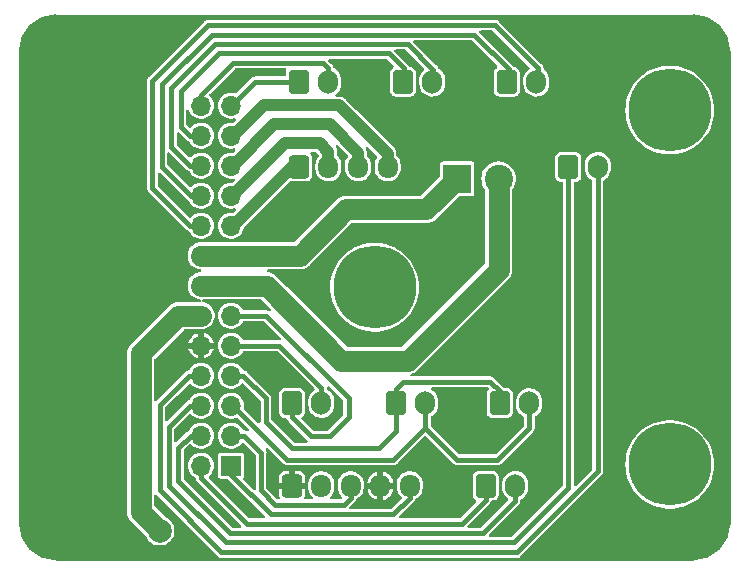
<source format=gbr>
%TF.GenerationSoftware,KiCad,Pcbnew,7.0.10*%
%TF.CreationDate,2024-04-16T14:15:44-05:00*%
%TF.ProjectId,QIDI Breakout Board,51494449-2042-4726-9561-6b6f75742042,rev?*%
%TF.SameCoordinates,PX2210b40PY7ada320*%
%TF.FileFunction,Copper,L2,Bot*%
%TF.FilePolarity,Positive*%
%FSLAX46Y46*%
G04 Gerber Fmt 4.6, Leading zero omitted, Abs format (unit mm)*
G04 Created by KiCad (PCBNEW 7.0.10) date 2024-04-16 14:15:44*
%MOMM*%
%LPD*%
G01*
G04 APERTURE LIST*
G04 Aperture macros list*
%AMRoundRect*
0 Rectangle with rounded corners*
0 $1 Rounding radius*
0 $2 $3 $4 $5 $6 $7 $8 $9 X,Y pos of 4 corners*
0 Add a 4 corners polygon primitive as box body*
4,1,4,$2,$3,$4,$5,$6,$7,$8,$9,$2,$3,0*
0 Add four circle primitives for the rounded corners*
1,1,$1+$1,$2,$3*
1,1,$1+$1,$4,$5*
1,1,$1+$1,$6,$7*
1,1,$1+$1,$8,$9*
0 Add four rect primitives between the rounded corners*
20,1,$1+$1,$2,$3,$4,$5,0*
20,1,$1+$1,$4,$5,$6,$7,0*
20,1,$1+$1,$6,$7,$8,$9,0*
20,1,$1+$1,$8,$9,$2,$3,0*%
G04 Aperture macros list end*
%TA.AperFunction,ComponentPad*%
%ADD10RoundRect,0.250000X-0.600000X-0.750000X0.600000X-0.750000X0.600000X0.750000X-0.600000X0.750000X0*%
%TD*%
%TA.AperFunction,ComponentPad*%
%ADD11O,1.700000X2.000000*%
%TD*%
%TA.AperFunction,ComponentPad*%
%ADD12RoundRect,0.250000X-0.600000X-0.725000X0.600000X-0.725000X0.600000X0.725000X-0.600000X0.725000X0*%
%TD*%
%TA.AperFunction,ComponentPad*%
%ADD13O,1.700000X1.950000*%
%TD*%
%TA.AperFunction,ComponentPad*%
%ADD14C,7.000000*%
%TD*%
%TA.AperFunction,ComponentPad*%
%ADD15R,1.700000X1.700000*%
%TD*%
%TA.AperFunction,ComponentPad*%
%ADD16O,1.700000X1.700000*%
%TD*%
%TA.AperFunction,ComponentPad*%
%ADD17R,2.400000X2.400000*%
%TD*%
%TA.AperFunction,ComponentPad*%
%ADD18C,2.400000*%
%TD*%
%TA.AperFunction,ViaPad*%
%ADD19C,2.000000*%
%TD*%
%TA.AperFunction,Conductor*%
%ADD20C,1.800000*%
%TD*%
%TA.AperFunction,Conductor*%
%ADD21C,1.000000*%
%TD*%
%TA.AperFunction,Conductor*%
%ADD22C,0.400000*%
%TD*%
%TA.AperFunction,Profile*%
%ADD23C,0.250000*%
%TD*%
G04 APERTURE END LIST*
D10*
%TO.P,J12,1,Pin_1*%
%TO.N,/EXT1*%
X46400000Y-12800000D03*
D11*
%TO.P,J12,2,Pin_2*%
%TO.N,/EXT2*%
X48900000Y-12800000D03*
%TD*%
D12*
%TO.P,J10,1,Pin_1*%
%TO.N,GND*%
X23000000Y-39800000D03*
D13*
%TO.P,J10,2,Pin_2*%
%TO.N,+5V*%
X25500000Y-39800000D03*
%TO.P,J10,3,Pin_3*%
%TO.N,/IN*%
X28000000Y-39800000D03*
%TO.P,J10,4,Pin_4*%
%TO.N,GND*%
X30500000Y-39800000D03*
%TO.P,J10,5,Pin_5*%
%TO.N,/OUT*%
X33000000Y-39800000D03*
%TD*%
D14*
%TO.P,H2,1*%
%TO.N,N/C*%
X55000000Y-38000000D03*
%TD*%
D10*
%TO.P,J7,1,Pin_1*%
%TO.N,/VF2*%
X40600000Y-32800000D03*
D11*
%TO.P,J7,2,Pin_2*%
%TO.N,/GF2*%
X43100000Y-32800000D03*
%TD*%
D10*
%TO.P,J11,1,Pin_1*%
%TO.N,/SW1*%
X39400000Y-39800000D03*
D11*
%TO.P,J11,2,Pin_2*%
%TO.N,/SW2*%
X41900000Y-39800000D03*
%TD*%
D12*
%TO.P,J9,1,Pin_1*%
%TO.N,/1A*%
X23600000Y-12800000D03*
D13*
%TO.P,J9,2,Pin_2*%
%TO.N,/1B*%
X26100000Y-12800000D03*
%TO.P,J9,3,Pin_3*%
%TO.N,/2A*%
X28600000Y-12800000D03*
%TO.P,J9,4,Pin_4*%
%TO.N,/2B*%
X31100000Y-12800000D03*
%TD*%
D15*
%TO.P,J1,1,Pin_1*%
%TO.N,/OUT*%
X17860000Y-38100000D03*
D16*
%TO.P,J1,2,Pin_2*%
%TO.N,/SW1*%
X15320000Y-38100000D03*
%TO.P,J1,3,Pin_3*%
%TO.N,/IN*%
X17860000Y-35560000D03*
%TO.P,J1,4,Pin_4*%
%TO.N,/SW2*%
X15320000Y-35560000D03*
%TO.P,J1,5,Pin_5*%
%TO.N,/GF2*%
X17860000Y-33020000D03*
%TO.P,J1,6,Pin_6*%
%TO.N,/EXT1*%
X15320000Y-33020000D03*
%TO.P,J1,7,Pin_7*%
%TO.N,/VF2*%
X17860000Y-30480000D03*
%TO.P,J1,8,Pin_8*%
%TO.N,/EXT2*%
X15320000Y-30480000D03*
%TO.P,J1,9,Pin_9*%
%TO.N,/GF1*%
X17860000Y-27940000D03*
%TO.P,J1,10,Pin_10*%
%TO.N,GND*%
X15320000Y-27940000D03*
%TO.P,J1,11,Pin_11*%
%TO.N,/VF1*%
X17860000Y-25400000D03*
%TO.P,J1,12,Pin_12*%
%TO.N,+5V*%
X15320000Y-25400000D03*
%TO.P,J1,13,Pin_13*%
%TO.N,/Heater*%
X17860000Y-22860000D03*
%TO.P,J1,14,Pin_14*%
X15320000Y-22860000D03*
%TO.P,J1,15,Pin_15*%
%TO.N,/VBB*%
X17860000Y-20320000D03*
%TO.P,J1,16,Pin_16*%
X15320000Y-20320000D03*
%TO.P,J1,17,Pin_17*%
%TO.N,/1A*%
X17860000Y-17780000D03*
%TO.P,J1,18,Pin_18*%
%TO.N,/Ther3b*%
X15320000Y-17780000D03*
%TO.P,J1,19,Pin_19*%
%TO.N,/1B*%
X17860000Y-15240000D03*
%TO.P,J1,20,Pin_20*%
%TO.N,/Ther3a*%
X15320000Y-15240000D03*
%TO.P,J1,21,Pin_21*%
%TO.N,/2A*%
X17860000Y-12700000D03*
%TO.P,J1,22,Pin_22*%
%TO.N,/Ther2b*%
X15320000Y-12700000D03*
%TO.P,J1,23,Pin_23*%
%TO.N,/2B*%
X17860000Y-10160000D03*
%TO.P,J1,24,Pin_24*%
%TO.N,/Ther2a*%
X15320000Y-10160000D03*
%TO.P,J1,25,Pin_25*%
%TO.N,/Ther1a*%
X17860000Y-7620000D03*
%TO.P,J1,26,Pin_26*%
%TO.N,/Ther1b*%
X15320000Y-7620000D03*
%TD*%
D14*
%TO.P,H3,1*%
%TO.N,N/C*%
X30000000Y-23000000D03*
%TD*%
D10*
%TO.P,J2,1,Pin_1*%
%TO.N,/Ther1a*%
X23575000Y-5600000D03*
D11*
%TO.P,J2,2,Pin_2*%
%TO.N,/Ther1b*%
X26075000Y-5600000D03*
%TD*%
D17*
%TO.P,J8,1,Pin_1*%
%TO.N,/VBB*%
X37000000Y-13800000D03*
D18*
%TO.P,J8,2,Pin_2*%
%TO.N,/Heater*%
X40500000Y-13800000D03*
%TD*%
D10*
%TO.P,J4,1,Pin_1*%
%TO.N,/Ther3a*%
X41200000Y-5600000D03*
D11*
%TO.P,J4,2,Pin_2*%
%TO.N,/Ther3b*%
X43700000Y-5600000D03*
%TD*%
D10*
%TO.P,J3,1,Pin_1*%
%TO.N,/Ther2a*%
X32400000Y-5600000D03*
D11*
%TO.P,J3,2,Pin_2*%
%TO.N,/Ther2b*%
X34900000Y-5600000D03*
%TD*%
D10*
%TO.P,J5,1,Pin_1*%
%TO.N,/VF1*%
X23000000Y-32800000D03*
D11*
%TO.P,J5,2,Pin_2*%
%TO.N,/GF1*%
X25500000Y-32800000D03*
%TD*%
D14*
%TO.P,H1,1*%
%TO.N,N/C*%
X55000000Y-8000000D03*
%TD*%
D10*
%TO.P,J6,1,Pin_1*%
%TO.N,/VF2*%
X31800000Y-32800000D03*
D11*
%TO.P,J6,2,Pin_2*%
%TO.N,/GF2*%
X34300000Y-32800000D03*
%TD*%
D19*
%TO.N,+5V*%
X11800000Y-43600000D03*
%TD*%
D20*
%TO.N,+5V*%
X10200000Y-42000000D02*
X10200000Y-28600000D01*
X11800000Y-43600000D02*
X10200000Y-42000000D01*
X10200000Y-28600000D02*
X13400000Y-25400000D01*
X13400000Y-25400000D02*
X15320000Y-25400000D01*
%TO.N,/Heater*%
X32800000Y-29200000D02*
X40500000Y-21500000D01*
X15320000Y-22860000D02*
X17860000Y-22860000D01*
X27200000Y-29200000D02*
X32800000Y-29200000D01*
X20860000Y-22860000D02*
X27200000Y-29200000D01*
X40500000Y-21500000D02*
X40500000Y-13800000D01*
X17860000Y-22860000D02*
X20860000Y-22860000D01*
D21*
%TO.N,/1B*%
X26100000Y-11550000D02*
X26100000Y-12800000D01*
X22400000Y-10800000D02*
X25350000Y-10800000D01*
X17860000Y-15240000D02*
X17960000Y-15240000D01*
X17960000Y-15240000D02*
X22400000Y-10800000D01*
X25350000Y-10800000D02*
X26100000Y-11550000D01*
%TO.N,/2B*%
X18040000Y-10160000D02*
X20600000Y-7600000D01*
X27000000Y-7600000D02*
X31100000Y-11700000D01*
X20600000Y-7600000D02*
X27000000Y-7600000D01*
X31100000Y-11700000D02*
X31100000Y-12800000D01*
X17860000Y-10160000D02*
X18040000Y-10160000D01*
%TO.N,/1A*%
X17860000Y-17780000D02*
X18020000Y-17780000D01*
X18020000Y-17780000D02*
X23000000Y-12800000D01*
X23000000Y-12800000D02*
X23600000Y-12800000D01*
%TO.N,/2A*%
X21500000Y-9200000D02*
X26200000Y-9200000D01*
X28600000Y-11600000D02*
X28600000Y-12800000D01*
X26200000Y-9200000D02*
X28600000Y-11600000D01*
X18000000Y-12700000D02*
X21500000Y-9200000D01*
X17860000Y-12700000D02*
X18000000Y-12700000D01*
D22*
%TO.N,/VF1*%
X20800000Y-25400000D02*
X27800000Y-32400000D01*
X27800000Y-32400000D02*
X27800000Y-34000000D01*
X26200000Y-35600000D02*
X24600000Y-35600000D01*
X23000000Y-34000000D02*
X23000000Y-32800000D01*
X24600000Y-35600000D02*
X23000000Y-34000000D01*
X27800000Y-34000000D02*
X26200000Y-35600000D01*
X17860000Y-25400000D02*
X20800000Y-25400000D01*
%TO.N,/VF2*%
X31800000Y-31600000D02*
X32400000Y-31000000D01*
X23000000Y-36600000D02*
X30400000Y-36600000D01*
X32400000Y-31000000D02*
X39800000Y-31000000D01*
X31800000Y-35200000D02*
X31800000Y-32800000D01*
X40600000Y-31800000D02*
X40600000Y-32800000D01*
X18880000Y-30480000D02*
X20800000Y-32400000D01*
X30400000Y-36600000D02*
X31800000Y-35200000D01*
X39800000Y-31000000D02*
X40600000Y-31800000D01*
X31800000Y-32800000D02*
X31800000Y-31600000D01*
X20800000Y-32400000D02*
X20800000Y-34400000D01*
X17860000Y-30480000D02*
X18880000Y-30480000D01*
X20800000Y-34400000D02*
X23000000Y-36600000D01*
%TO.N,/OUT*%
X33000000Y-40800000D02*
X33000000Y-39800000D01*
X17860000Y-38100000D02*
X17860000Y-38860000D01*
X21200000Y-42200000D02*
X31600000Y-42200000D01*
X17860000Y-38860000D02*
X21200000Y-42200000D01*
X31600000Y-42200000D02*
X33000000Y-40800000D01*
%TO.N,/IN*%
X18960000Y-35560000D02*
X20400000Y-37000000D01*
X20400000Y-37000000D02*
X20400000Y-40200000D01*
X21600000Y-41400000D02*
X27400000Y-41400000D01*
X17860000Y-35560000D02*
X18960000Y-35560000D01*
X28000000Y-40800000D02*
X28000000Y-39800000D01*
X20400000Y-40200000D02*
X21600000Y-41400000D01*
X27400000Y-41400000D02*
X28000000Y-40800000D01*
D20*
%TO.N,/VBB*%
X17860000Y-20320000D02*
X23680000Y-20320000D01*
X27600000Y-16400000D02*
X34400000Y-16400000D01*
X15320000Y-20320000D02*
X17860000Y-20320000D01*
X23680000Y-20320000D02*
X27600000Y-16400000D01*
X34400000Y-16400000D02*
X37000000Y-13800000D01*
D22*
%TO.N,/GF2*%
X17860000Y-33020000D02*
X18020000Y-33020000D01*
X18020000Y-33020000D02*
X22600000Y-37600000D01*
X40400000Y-37600000D02*
X43100000Y-34900000D01*
X43100000Y-34900000D02*
X43100000Y-32800000D01*
X34300000Y-34900000D02*
X37000000Y-37600000D01*
X22600000Y-37600000D02*
X31600000Y-37600000D01*
X37000000Y-37600000D02*
X40400000Y-37600000D01*
X34300000Y-32800000D02*
X34300000Y-34900000D01*
X31600000Y-37600000D02*
X34300000Y-34900000D01*
%TO.N,/GF1*%
X21940000Y-27940000D02*
X25500000Y-31500000D01*
X25500000Y-31500000D02*
X25500000Y-32800000D01*
X17860000Y-27940000D02*
X21940000Y-27940000D01*
%TO.N,/Ther1a*%
X17860000Y-7620000D02*
X19880000Y-5600000D01*
X19880000Y-5600000D02*
X23575000Y-5600000D01*
%TO.N,/Ther1b*%
X26075000Y-4475000D02*
X26075000Y-5600000D01*
X18000000Y-4000000D02*
X25600000Y-4000000D01*
X25600000Y-4000000D02*
X26075000Y-4475000D01*
X15320000Y-7620000D02*
X15320000Y-6680000D01*
X15320000Y-6680000D02*
X18000000Y-4000000D01*
%TO.N,/Ther2a*%
X16800000Y-3200000D02*
X31200000Y-3200000D01*
X13600000Y-9400000D02*
X13600000Y-6400000D01*
X32465000Y-5535000D02*
X32400000Y-5600000D01*
X32465000Y-4465000D02*
X32465000Y-5535000D01*
X15320000Y-10160000D02*
X14360000Y-10160000D01*
X14360000Y-10160000D02*
X13600000Y-9400000D01*
X13600000Y-6400000D02*
X16800000Y-3200000D01*
X31200000Y-3200000D02*
X32465000Y-4465000D01*
%TO.N,/Ther2b*%
X34965000Y-4565000D02*
X34965000Y-5535000D01*
X16500000Y-2400000D02*
X32800000Y-2400000D01*
X12800000Y-11100000D02*
X12800000Y-6100000D01*
X15320000Y-12700000D02*
X14400000Y-12700000D01*
X34965000Y-5535000D02*
X34900000Y-5600000D01*
X32800000Y-2400000D02*
X34965000Y-4565000D01*
X14400000Y-12700000D02*
X12800000Y-11100000D01*
X12800000Y-6100000D02*
X16500000Y-2400000D01*
%TO.N,/Ther3a*%
X12000000Y-5800000D02*
X16200000Y-1600000D01*
X41355000Y-4555000D02*
X41355000Y-5445000D01*
X41355000Y-5445000D02*
X41200000Y-5600000D01*
X38400000Y-1600000D02*
X41355000Y-4555000D01*
X15320000Y-15240000D02*
X14440000Y-15240000D01*
X12000000Y-12800000D02*
X12000000Y-5800000D01*
X16200000Y-1600000D02*
X38400000Y-1600000D01*
X14440000Y-15240000D02*
X12000000Y-12800000D01*
%TO.N,/Ther3b*%
X11200000Y-14600000D02*
X11200000Y-5500000D01*
X43855000Y-4455000D02*
X43855000Y-5445000D01*
X11200000Y-5500000D02*
X15900000Y-800000D01*
X14380000Y-17780000D02*
X11200000Y-14600000D01*
X40200000Y-800000D02*
X43855000Y-4455000D01*
X43855000Y-5445000D02*
X43700000Y-5600000D01*
X15900000Y-800000D02*
X40200000Y-800000D01*
X15320000Y-17780000D02*
X14380000Y-17780000D01*
%TO.N,/SW1*%
X15320000Y-38100000D02*
X15320000Y-39120000D01*
X39400000Y-41000000D02*
X39400000Y-39800000D01*
X15320000Y-39120000D02*
X19200000Y-43000000D01*
X19200000Y-43000000D02*
X37400000Y-43000000D01*
X37400000Y-43000000D02*
X39400000Y-41000000D01*
%TO.N,/SW2*%
X13400000Y-36600000D02*
X13400000Y-39400000D01*
X15320000Y-35560000D02*
X14440000Y-35560000D01*
X13400000Y-39400000D02*
X17800000Y-43800000D01*
X41900000Y-41100000D02*
X41900000Y-39800000D01*
X39200000Y-43800000D02*
X41900000Y-41100000D01*
X17800000Y-43800000D02*
X39200000Y-43800000D01*
X14440000Y-35560000D02*
X13400000Y-36600000D01*
%TO.N,/EXT1*%
X41800000Y-44600000D02*
X46400000Y-40000000D01*
X46400000Y-40000000D02*
X46400000Y-12800000D01*
X15320000Y-33020000D02*
X14380000Y-33020000D01*
X14380000Y-33020000D02*
X12600000Y-34800000D01*
X17400000Y-44600000D02*
X41800000Y-44600000D01*
X12600000Y-39800000D02*
X17400000Y-44600000D01*
X12600000Y-34800000D02*
X12600000Y-39800000D01*
%TO.N,/EXT2*%
X15320000Y-30480000D02*
X14320000Y-30480000D01*
X42084567Y-45400000D02*
X48900000Y-38584567D01*
X14320000Y-30480000D02*
X11800000Y-33000000D01*
X48900000Y-38584567D02*
X48900000Y-12800000D01*
X11800000Y-33000000D02*
X11800000Y-40200000D01*
X17000000Y-45400000D02*
X42084567Y-45400000D01*
X11800000Y-40200000D02*
X17000000Y-45400000D01*
%TD*%
%TA.AperFunction,Conductor*%
%TO.N,GND*%
G36*
X57003242Y-668D02*
G01*
X57133176Y-7478D01*
X57313944Y-17631D01*
X57326325Y-18956D01*
X57474883Y-42485D01*
X57475947Y-42660D01*
X57635355Y-69744D01*
X57646614Y-72203D01*
X57795545Y-112109D01*
X57797635Y-112690D01*
X57949188Y-156352D01*
X57959286Y-159738D01*
X58051008Y-194947D01*
X58104587Y-215514D01*
X58107601Y-216717D01*
X58251772Y-276434D01*
X58260610Y-280507D01*
X58386652Y-344729D01*
X58399994Y-351527D01*
X58403680Y-353484D01*
X58481873Y-396700D01*
X58539576Y-428591D01*
X58547130Y-433124D01*
X58678697Y-518564D01*
X58682891Y-521413D01*
X58809174Y-611016D01*
X58815451Y-615776D01*
X58937570Y-714666D01*
X58942127Y-718545D01*
X58942146Y-718561D01*
X59057425Y-821581D01*
X59062479Y-826358D01*
X59173637Y-937515D01*
X59178410Y-942565D01*
X59281452Y-1057869D01*
X59285346Y-1062445D01*
X59384220Y-1184545D01*
X59388984Y-1190825D01*
X59478580Y-1317099D01*
X59481438Y-1321308D01*
X59566890Y-1452892D01*
X59571407Y-1460420D01*
X59572380Y-1462181D01*
X59646509Y-1596308D01*
X59648466Y-1599994D01*
X59719488Y-1739383D01*
X59723564Y-1748224D01*
X59751685Y-1816114D01*
X59783246Y-1892308D01*
X59783284Y-1892398D01*
X59784487Y-1895415D01*
X59840257Y-2040703D01*
X59843647Y-2050812D01*
X59887286Y-2202283D01*
X59887907Y-2204518D01*
X59927787Y-2353356D01*
X59930260Y-2364678D01*
X59957303Y-2523841D01*
X59957528Y-2525214D01*
X59981038Y-2673647D01*
X59982370Y-2686093D01*
X59992525Y-2866932D01*
X59992550Y-2867393D01*
X59999329Y-2996716D01*
X59999499Y-3003207D01*
X59999499Y-42996752D01*
X59999329Y-43003243D01*
X59992527Y-43133016D01*
X59992502Y-43133477D01*
X59982371Y-43313893D01*
X59981039Y-43326340D01*
X59957513Y-43474870D01*
X59957288Y-43476241D01*
X59930263Y-43635304D01*
X59927790Y-43646628D01*
X59887880Y-43795570D01*
X59887259Y-43797804D01*
X59843653Y-43949164D01*
X59840263Y-43959273D01*
X59784463Y-44104639D01*
X59783260Y-44107655D01*
X59723574Y-44251750D01*
X59719497Y-44260592D01*
X59648432Y-44400063D01*
X59646476Y-44403749D01*
X59571427Y-44539540D01*
X59566895Y-44547094D01*
X59481407Y-44678736D01*
X59478540Y-44682957D01*
X59389010Y-44809136D01*
X59384247Y-44815415D01*
X59285323Y-44937577D01*
X59281417Y-44942169D01*
X59178427Y-45057415D01*
X59173648Y-45062469D01*
X59062469Y-45173648D01*
X59057415Y-45178427D01*
X58942169Y-45281417D01*
X58937577Y-45285323D01*
X58815415Y-45384247D01*
X58809136Y-45389010D01*
X58682957Y-45478540D01*
X58678736Y-45481407D01*
X58547094Y-45566895D01*
X58539540Y-45571427D01*
X58403749Y-45646476D01*
X58400063Y-45648432D01*
X58260592Y-45719497D01*
X58251750Y-45723574D01*
X58107655Y-45783260D01*
X58104639Y-45784463D01*
X57959273Y-45840263D01*
X57949164Y-45843653D01*
X57797804Y-45887259D01*
X57795570Y-45887880D01*
X57646628Y-45927790D01*
X57635304Y-45930263D01*
X57476241Y-45957288D01*
X57474870Y-45957513D01*
X57326340Y-45981039D01*
X57313893Y-45982371D01*
X57133477Y-45992502D01*
X57133016Y-45992527D01*
X57003243Y-45999329D01*
X56996752Y-45999499D01*
X42416018Y-45999499D01*
X42348979Y-45979814D01*
X42303224Y-45927010D01*
X42293280Y-45857852D01*
X42322305Y-45794296D01*
X42334741Y-45783219D01*
X42334346Y-45782794D01*
X42335486Y-45781735D01*
X42340024Y-45778514D01*
X42346162Y-45773048D01*
X42348274Y-45771607D01*
X42355101Y-45766567D01*
X42355105Y-45766566D01*
X42395542Y-45726127D01*
X42398828Y-45722961D01*
X42440761Y-45684055D01*
X42440763Y-45684050D01*
X42446554Y-45676790D01*
X42447210Y-45677313D01*
X42456599Y-45665070D01*
X49195744Y-38925924D01*
X49206093Y-38916676D01*
X49233970Y-38894446D01*
X49266198Y-38847174D01*
X49268812Y-38843490D01*
X49302793Y-38797449D01*
X49302793Y-38797446D01*
X49302795Y-38797445D01*
X49306787Y-38789891D01*
X49310471Y-38782242D01*
X49310472Y-38782240D01*
X49327330Y-38727581D01*
X49328762Y-38723229D01*
X49347646Y-38669266D01*
X49347646Y-38669263D01*
X49349228Y-38660903D01*
X49350500Y-38652466D01*
X49350500Y-38595321D01*
X49350587Y-38590683D01*
X49352725Y-38533557D01*
X49351685Y-38524325D01*
X49352513Y-38524231D01*
X49350500Y-38508928D01*
X49350500Y-38000000D01*
X51244680Y-38000000D01*
X51263946Y-38379918D01*
X51321551Y-38755935D01*
X51321552Y-38755940D01*
X51385291Y-39002116D01*
X51416904Y-39124212D01*
X51549016Y-39480925D01*
X51549022Y-39480940D01*
X51716548Y-39822463D01*
X51716553Y-39822472D01*
X51917771Y-40145295D01*
X52139366Y-40431574D01*
X52150620Y-40446112D01*
X52404205Y-40712883D01*
X52412709Y-40721829D01*
X52701343Y-40969614D01*
X52701346Y-40969616D01*
X53013571Y-41186931D01*
X53346179Y-41371543D01*
X53695758Y-41521559D01*
X53695761Y-41521560D01*
X53695766Y-41521562D01*
X54058709Y-41635436D01*
X54058712Y-41635436D01*
X54058720Y-41635439D01*
X54431340Y-41712015D01*
X54734104Y-41742803D01*
X54809795Y-41750500D01*
X54809796Y-41750500D01*
X55190205Y-41750500D01*
X55253280Y-41744085D01*
X55568660Y-41712015D01*
X55941280Y-41635439D01*
X56029203Y-41607853D01*
X56304233Y-41521562D01*
X56304234Y-41521561D01*
X56304242Y-41521559D01*
X56653821Y-41371543D01*
X56986429Y-41186931D01*
X57298654Y-40969616D01*
X57587291Y-40721829D01*
X57849380Y-40446112D01*
X58082229Y-40145295D01*
X58283451Y-39822464D01*
X58450981Y-39480932D01*
X58583098Y-39124204D01*
X58678448Y-38755940D01*
X58736053Y-38379919D01*
X58755320Y-38000000D01*
X58736053Y-37620081D01*
X58678448Y-37244060D01*
X58583098Y-36875796D01*
X58579362Y-36865709D01*
X58450983Y-36519074D01*
X58450977Y-36519059D01*
X58283451Y-36177536D01*
X58283446Y-36177527D01*
X58100523Y-35884055D01*
X58082229Y-35854705D01*
X57849380Y-35553888D01*
X57587291Y-35278171D01*
X57587290Y-35278170D01*
X57298656Y-35030385D01*
X56986429Y-34813069D01*
X56986424Y-34813066D01*
X56653820Y-34628456D01*
X56304233Y-34478437D01*
X55941290Y-34364563D01*
X55941284Y-34364562D01*
X55941281Y-34364561D01*
X55941280Y-34364561D01*
X55568660Y-34287985D01*
X55568659Y-34287984D01*
X55568655Y-34287984D01*
X55190205Y-34249500D01*
X55190204Y-34249500D01*
X54809796Y-34249500D01*
X54809795Y-34249500D01*
X54431344Y-34287984D01*
X54058715Y-34364562D01*
X54058709Y-34364563D01*
X53695766Y-34478437D01*
X53346179Y-34628456D01*
X53013575Y-34813066D01*
X53013570Y-34813069D01*
X52701343Y-35030385D01*
X52412709Y-35278170D01*
X52150615Y-35553893D01*
X51917771Y-35854704D01*
X51716553Y-36177527D01*
X51716548Y-36177536D01*
X51549022Y-36519059D01*
X51549016Y-36519074D01*
X51416904Y-36875787D01*
X51321551Y-37244064D01*
X51263946Y-37620081D01*
X51244680Y-38000000D01*
X49350500Y-38000000D01*
X49350500Y-14033783D01*
X49370185Y-13966744D01*
X49422989Y-13920989D01*
X49422990Y-13920988D01*
X49452422Y-13907547D01*
X49452753Y-13907396D01*
X49623952Y-13785486D01*
X49645370Y-13763024D01*
X49768985Y-13633379D01*
X49769561Y-13632483D01*
X49882613Y-13456572D01*
X49960725Y-13261457D01*
X50000500Y-13055085D01*
X50000500Y-12597575D01*
X49985528Y-12440782D01*
X49926316Y-12239125D01*
X49830011Y-12052318D01*
X49830009Y-12052316D01*
X49830008Y-12052313D01*
X49700094Y-11887116D01*
X49700090Y-11887112D01*
X49541253Y-11749478D01*
X49359249Y-11644398D01*
X49359245Y-11644396D01*
X49359244Y-11644396D01*
X49160633Y-11575656D01*
X48952602Y-11545746D01*
X48952598Y-11545746D01*
X48742672Y-11555745D01*
X48538421Y-11605296D01*
X48538417Y-11605298D01*
X48347256Y-11692598D01*
X48347251Y-11692601D01*
X48176046Y-11814515D01*
X48176040Y-11814520D01*
X48031014Y-11966620D01*
X47917388Y-12143425D01*
X47839274Y-12338544D01*
X47814494Y-12467118D01*
X47799500Y-12544915D01*
X47799500Y-13002425D01*
X47814472Y-13159218D01*
X47873684Y-13360875D01*
X47910131Y-13431572D01*
X47969991Y-13547686D01*
X48099905Y-13712883D01*
X48099908Y-13712886D01*
X48258744Y-13850519D01*
X48387501Y-13924857D01*
X48435715Y-13975422D01*
X48449500Y-14032243D01*
X48449500Y-38346601D01*
X48429815Y-38413640D01*
X48413181Y-38434282D01*
X47062181Y-39785282D01*
X47000858Y-39818767D01*
X46931166Y-39813783D01*
X46875233Y-39771911D01*
X46850816Y-39706447D01*
X46850500Y-39697601D01*
X46850500Y-14174499D01*
X46870185Y-14107460D01*
X46922989Y-14061705D01*
X46974500Y-14050499D01*
X47047871Y-14050499D01*
X47047872Y-14050499D01*
X47107483Y-14044091D01*
X47242331Y-13993796D01*
X47357546Y-13907546D01*
X47443796Y-13792331D01*
X47494091Y-13657483D01*
X47500500Y-13597873D01*
X47500499Y-12002128D01*
X47494091Y-11942517D01*
X47482752Y-11912116D01*
X47443797Y-11807671D01*
X47443793Y-11807664D01*
X47357547Y-11692455D01*
X47357544Y-11692452D01*
X47242335Y-11606206D01*
X47242328Y-11606202D01*
X47107482Y-11555908D01*
X47107483Y-11555908D01*
X47047883Y-11549501D01*
X47047881Y-11549500D01*
X47047873Y-11549500D01*
X47047864Y-11549500D01*
X45752129Y-11549500D01*
X45752123Y-11549501D01*
X45692516Y-11555908D01*
X45557671Y-11606202D01*
X45557664Y-11606206D01*
X45442455Y-11692452D01*
X45442452Y-11692455D01*
X45356206Y-11807664D01*
X45356202Y-11807671D01*
X45305908Y-11942517D01*
X45300629Y-11991622D01*
X45299501Y-12002123D01*
X45299500Y-12002135D01*
X45299500Y-13597870D01*
X45299501Y-13597876D01*
X45305908Y-13657483D01*
X45356202Y-13792328D01*
X45356206Y-13792335D01*
X45442452Y-13907544D01*
X45442455Y-13907547D01*
X45557664Y-13993793D01*
X45557671Y-13993797D01*
X45602618Y-14010561D01*
X45692517Y-14044091D01*
X45752127Y-14050500D01*
X45825500Y-14050499D01*
X45892538Y-14070183D01*
X45938294Y-14122986D01*
X45949500Y-14174499D01*
X45949500Y-39762035D01*
X45929815Y-39829074D01*
X45913181Y-39849716D01*
X41649716Y-44113181D01*
X41588393Y-44146666D01*
X41562035Y-44149500D01*
X39786965Y-44149500D01*
X39719926Y-44129815D01*
X39674171Y-44077011D01*
X39664227Y-44007853D01*
X39693252Y-43944297D01*
X39699284Y-43937819D01*
X40323210Y-43313893D01*
X42195744Y-41441357D01*
X42206093Y-41432109D01*
X42233970Y-41409879D01*
X42266198Y-41362607D01*
X42268812Y-41358923D01*
X42302793Y-41312882D01*
X42302793Y-41312879D01*
X42302795Y-41312878D01*
X42306787Y-41305324D01*
X42310471Y-41297675D01*
X42327324Y-41243035D01*
X42328762Y-41238662D01*
X42347646Y-41184699D01*
X42347646Y-41184696D01*
X42349228Y-41176336D01*
X42350500Y-41167899D01*
X42350500Y-41110754D01*
X42350587Y-41106116D01*
X42352725Y-41048995D01*
X42352724Y-41048993D01*
X42352725Y-41048990D01*
X42352724Y-41048986D01*
X42352513Y-41047114D01*
X42352872Y-41045060D01*
X42353073Y-41039703D01*
X42353805Y-41039730D01*
X42364562Y-40978291D01*
X42411906Y-40926908D01*
X42424223Y-40920425D01*
X42426877Y-40919213D01*
X42452753Y-40907396D01*
X42623952Y-40785486D01*
X42633397Y-40775581D01*
X42768985Y-40633379D01*
X42769628Y-40632379D01*
X42882613Y-40456572D01*
X42960725Y-40261457D01*
X43000500Y-40055085D01*
X43000500Y-39597575D01*
X42985528Y-39440782D01*
X42926316Y-39239125D01*
X42830011Y-39052318D01*
X42830009Y-39052316D01*
X42830008Y-39052313D01*
X42700094Y-38887116D01*
X42700090Y-38887112D01*
X42541253Y-38749478D01*
X42359249Y-38644398D01*
X42359245Y-38644396D01*
X42359244Y-38644396D01*
X42160633Y-38575656D01*
X41952602Y-38545746D01*
X41952598Y-38545746D01*
X41742672Y-38555745D01*
X41538421Y-38605296D01*
X41538417Y-38605298D01*
X41347256Y-38692598D01*
X41347251Y-38692601D01*
X41176046Y-38814515D01*
X41176040Y-38814520D01*
X41031014Y-38966620D01*
X40917388Y-39143425D01*
X40839274Y-39338544D01*
X40809692Y-39492034D01*
X40799500Y-39544915D01*
X40799500Y-40002425D01*
X40814472Y-40159218D01*
X40873684Y-40360875D01*
X40923019Y-40456572D01*
X40969991Y-40547686D01*
X41099905Y-40712883D01*
X41099909Y-40712887D01*
X41258739Y-40850515D01*
X41258754Y-40850526D01*
X41279590Y-40862555D01*
X41327806Y-40913121D01*
X41341030Y-40981728D01*
X41315062Y-41046593D01*
X41305272Y-41057623D01*
X39049716Y-43313181D01*
X38988393Y-43346666D01*
X38962035Y-43349500D01*
X37986965Y-43349500D01*
X37919926Y-43329815D01*
X37874171Y-43277011D01*
X37864227Y-43207853D01*
X37893252Y-43144297D01*
X37899284Y-43137819D01*
X38324741Y-42712362D01*
X39695744Y-41341357D01*
X39706093Y-41332109D01*
X39733970Y-41309879D01*
X39766198Y-41262607D01*
X39768812Y-41258923D01*
X39802793Y-41212882D01*
X39802793Y-41212879D01*
X39802795Y-41212878D01*
X39806787Y-41205324D01*
X39810471Y-41197675D01*
X39810472Y-41197673D01*
X39827330Y-41143014D01*
X39828768Y-41138645D01*
X39830556Y-41133536D01*
X39871282Y-41076763D01*
X39936236Y-41051020D01*
X39947595Y-41050499D01*
X40047871Y-41050499D01*
X40047872Y-41050499D01*
X40107483Y-41044091D01*
X40242331Y-40993796D01*
X40357546Y-40907546D01*
X40443796Y-40792331D01*
X40494091Y-40657483D01*
X40500500Y-40597873D01*
X40500499Y-39002128D01*
X40494091Y-38942517D01*
X40484448Y-38916664D01*
X40443797Y-38807671D01*
X40443793Y-38807664D01*
X40357547Y-38692455D01*
X40357544Y-38692452D01*
X40242335Y-38606206D01*
X40242328Y-38606202D01*
X40107482Y-38555908D01*
X40107483Y-38555908D01*
X40047883Y-38549501D01*
X40047881Y-38549500D01*
X40047873Y-38549500D01*
X40047864Y-38549500D01*
X38752129Y-38549500D01*
X38752123Y-38549501D01*
X38692516Y-38555908D01*
X38557671Y-38606202D01*
X38557664Y-38606206D01*
X38442455Y-38692452D01*
X38442452Y-38692455D01*
X38356206Y-38807664D01*
X38356202Y-38807671D01*
X38305908Y-38942517D01*
X38300629Y-38991622D01*
X38299501Y-39002123D01*
X38299500Y-39002135D01*
X38299500Y-40597870D01*
X38299501Y-40597876D01*
X38305908Y-40657483D01*
X38356202Y-40792328D01*
X38356206Y-40792335D01*
X38419595Y-40877011D01*
X38442454Y-40907546D01*
X38557669Y-40993796D01*
X38557670Y-40993796D01*
X38564024Y-40998553D01*
X38605895Y-41054487D01*
X38610879Y-41124179D01*
X38577394Y-41185501D01*
X37249716Y-42513181D01*
X37188393Y-42546666D01*
X37162035Y-42549500D01*
X32186965Y-42549500D01*
X32119926Y-42529815D01*
X32074171Y-42477011D01*
X32064227Y-42407853D01*
X32093252Y-42344297D01*
X32099284Y-42337819D01*
X32383741Y-42053362D01*
X33295744Y-41141357D01*
X33306093Y-41132109D01*
X33333970Y-41109879D01*
X33366198Y-41062607D01*
X33368812Y-41058923D01*
X33402793Y-41012882D01*
X33402793Y-41012879D01*
X33402795Y-41012878D01*
X33406787Y-41005324D01*
X33410469Y-40997678D01*
X33410469Y-40997676D01*
X33410472Y-40997673D01*
X33412138Y-40992269D01*
X33450705Y-40934012D01*
X33479115Y-40916025D01*
X33552753Y-40882396D01*
X33723952Y-40760486D01*
X33724317Y-40760104D01*
X33868985Y-40608379D01*
X33874830Y-40599284D01*
X33982613Y-40431572D01*
X34060725Y-40236457D01*
X34100500Y-40030085D01*
X34100500Y-39622575D01*
X34085528Y-39465782D01*
X34026316Y-39264125D01*
X33930011Y-39077318D01*
X33930009Y-39077316D01*
X33930008Y-39077313D01*
X33800094Y-38912116D01*
X33800090Y-38912112D01*
X33641253Y-38774478D01*
X33459249Y-38669398D01*
X33459245Y-38669396D01*
X33459244Y-38669396D01*
X33260633Y-38600656D01*
X33052602Y-38570746D01*
X33052598Y-38570746D01*
X32842672Y-38580745D01*
X32638421Y-38630296D01*
X32638417Y-38630298D01*
X32447256Y-38717598D01*
X32447251Y-38717601D01*
X32276046Y-38839515D01*
X32276040Y-38839520D01*
X32131014Y-38991620D01*
X32017388Y-39168425D01*
X31939274Y-39363544D01*
X31904318Y-39544915D01*
X31899500Y-39569915D01*
X31899500Y-39977425D01*
X31906403Y-40049716D01*
X31914472Y-40134217D01*
X31914473Y-40134221D01*
X31973628Y-40335686D01*
X31973684Y-40335875D01*
X32023019Y-40431572D01*
X32069991Y-40522686D01*
X32199905Y-40687883D01*
X32199914Y-40687892D01*
X32246641Y-40728382D01*
X32284415Y-40787160D01*
X32284415Y-40857030D01*
X32253119Y-40909775D01*
X31449716Y-41713181D01*
X31388393Y-41746666D01*
X31362035Y-41749500D01*
X27986965Y-41749500D01*
X27919926Y-41729815D01*
X27874171Y-41677011D01*
X27864227Y-41607853D01*
X27893252Y-41544297D01*
X27899284Y-41537819D01*
X27995737Y-41441366D01*
X28295744Y-41141357D01*
X28306093Y-41132109D01*
X28333970Y-41109879D01*
X28366198Y-41062607D01*
X28368812Y-41058923D01*
X28402793Y-41012882D01*
X28402793Y-41012879D01*
X28402795Y-41012878D01*
X28406787Y-41005324D01*
X28410469Y-40997678D01*
X28410469Y-40997676D01*
X28410472Y-40997673D01*
X28412138Y-40992269D01*
X28450705Y-40934012D01*
X28479115Y-40916025D01*
X28552753Y-40882396D01*
X28723952Y-40760486D01*
X28724317Y-40760104D01*
X28868985Y-40608379D01*
X28874830Y-40599284D01*
X28982613Y-40431572D01*
X29060725Y-40236457D01*
X29100500Y-40030085D01*
X29100500Y-39622575D01*
X29093570Y-39549999D01*
X29403846Y-39549999D01*
X29403847Y-39550000D01*
X30096031Y-39550000D01*
X30063481Y-39600649D01*
X30025000Y-39731705D01*
X30025000Y-39868295D01*
X30063481Y-39999351D01*
X30096031Y-40050000D01*
X29406931Y-40050000D01*
X29414963Y-40134112D01*
X29414966Y-40134126D01*
X29474149Y-40335686D01*
X29570413Y-40522414D01*
X29700268Y-40687537D01*
X29700271Y-40687540D01*
X29859030Y-40825105D01*
X29859041Y-40825114D01*
X30040960Y-40930144D01*
X30040967Y-40930147D01*
X30239487Y-40998856D01*
X30250000Y-41000367D01*
X30250000Y-40208018D01*
X30364801Y-40260446D01*
X30466025Y-40275000D01*
X30533975Y-40275000D01*
X30635199Y-40260446D01*
X30750000Y-40208018D01*
X30750000Y-40996257D01*
X30861409Y-40969229D01*
X31052507Y-40881959D01*
X31223619Y-40760110D01*
X31223625Y-40760104D01*
X31368592Y-40608067D01*
X31482166Y-40431342D01*
X31560244Y-40236314D01*
X31596153Y-40050000D01*
X30903969Y-40050000D01*
X30936519Y-39999351D01*
X30975000Y-39868295D01*
X30975000Y-39731705D01*
X30936519Y-39600649D01*
X30903969Y-39550000D01*
X31593068Y-39550000D01*
X31593068Y-39549999D01*
X31585036Y-39465887D01*
X31585033Y-39465873D01*
X31525850Y-39264313D01*
X31429586Y-39077585D01*
X31299731Y-38912462D01*
X31299728Y-38912459D01*
X31140969Y-38774894D01*
X31140958Y-38774885D01*
X30959039Y-38669855D01*
X30959032Y-38669852D01*
X30760516Y-38601144D01*
X30750000Y-38599632D01*
X30750000Y-39391981D01*
X30635199Y-39339554D01*
X30533975Y-39325000D01*
X30466025Y-39325000D01*
X30364801Y-39339554D01*
X30250000Y-39391981D01*
X30250000Y-38603740D01*
X30249999Y-38603740D01*
X30138594Y-38630768D01*
X30138582Y-38630772D01*
X29947497Y-38718037D01*
X29947496Y-38718038D01*
X29776380Y-38839889D01*
X29776374Y-38839895D01*
X29631407Y-38991932D01*
X29517833Y-39168657D01*
X29439755Y-39363685D01*
X29403846Y-39549999D01*
X29093570Y-39549999D01*
X29085528Y-39465782D01*
X29026316Y-39264125D01*
X28930011Y-39077318D01*
X28930009Y-39077316D01*
X28930008Y-39077313D01*
X28800094Y-38912116D01*
X28800090Y-38912112D01*
X28641253Y-38774478D01*
X28459249Y-38669398D01*
X28459245Y-38669396D01*
X28459244Y-38669396D01*
X28260633Y-38600656D01*
X28052602Y-38570746D01*
X28052598Y-38570746D01*
X27842672Y-38580745D01*
X27638421Y-38630296D01*
X27638417Y-38630298D01*
X27447256Y-38717598D01*
X27447251Y-38717601D01*
X27276046Y-38839515D01*
X27276040Y-38839520D01*
X27131014Y-38991620D01*
X27017388Y-39168425D01*
X26939274Y-39363544D01*
X26904318Y-39544915D01*
X26899500Y-39569915D01*
X26899500Y-39977425D01*
X26906403Y-40049716D01*
X26914472Y-40134217D01*
X26914473Y-40134221D01*
X26973628Y-40335686D01*
X26973684Y-40335875D01*
X27023019Y-40431572D01*
X27069991Y-40522686D01*
X27199904Y-40687881D01*
X27199910Y-40687888D01*
X27246642Y-40728382D01*
X27284416Y-40787160D01*
X27284416Y-40857030D01*
X27253133Y-40909762D01*
X27249728Y-40913168D01*
X27188410Y-40946662D01*
X27162034Y-40949500D01*
X26333295Y-40949500D01*
X26266256Y-40929815D01*
X26220501Y-40877011D01*
X26210557Y-40807853D01*
X26239582Y-40744297D01*
X26243552Y-40739930D01*
X26293170Y-40687892D01*
X26368986Y-40608378D01*
X26482613Y-40431572D01*
X26560725Y-40236457D01*
X26600500Y-40030085D01*
X26600500Y-39622575D01*
X26585528Y-39465782D01*
X26526316Y-39264125D01*
X26430011Y-39077318D01*
X26430009Y-39077316D01*
X26430008Y-39077313D01*
X26300094Y-38912116D01*
X26300090Y-38912112D01*
X26141253Y-38774478D01*
X25959249Y-38669398D01*
X25959245Y-38669396D01*
X25959244Y-38669396D01*
X25760633Y-38600656D01*
X25552602Y-38570746D01*
X25552598Y-38570746D01*
X25342672Y-38580745D01*
X25138421Y-38630296D01*
X25138417Y-38630298D01*
X24947256Y-38717598D01*
X24947251Y-38717601D01*
X24776046Y-38839515D01*
X24776040Y-38839520D01*
X24631014Y-38991620D01*
X24517388Y-39168425D01*
X24439274Y-39363544D01*
X24404318Y-39544915D01*
X24399500Y-39569915D01*
X24399500Y-39977425D01*
X24406403Y-40049716D01*
X24414472Y-40134217D01*
X24414473Y-40134221D01*
X24473628Y-40335686D01*
X24473684Y-40335875D01*
X24523019Y-40431572D01*
X24569991Y-40522686D01*
X24699905Y-40687883D01*
X24699909Y-40687887D01*
X24750572Y-40731787D01*
X24788346Y-40790566D01*
X24788346Y-40860435D01*
X24750571Y-40919213D01*
X24687016Y-40948238D01*
X24669369Y-40949500D01*
X24152740Y-40949500D01*
X24085701Y-40929815D01*
X24039946Y-40877011D01*
X24030002Y-40807853D01*
X24040743Y-40775581D01*
X24040254Y-40775399D01*
X24093596Y-40632379D01*
X24093598Y-40632372D01*
X24099999Y-40572844D01*
X24100000Y-40572827D01*
X24100000Y-40050000D01*
X23403969Y-40050000D01*
X23436519Y-39999351D01*
X23475000Y-39868295D01*
X23475000Y-39731705D01*
X23436519Y-39600649D01*
X23403969Y-39550000D01*
X24100000Y-39550000D01*
X24100000Y-39027172D01*
X24099999Y-39027155D01*
X24093598Y-38967627D01*
X24093596Y-38967620D01*
X24043354Y-38832913D01*
X24043350Y-38832906D01*
X23957190Y-38717812D01*
X23957187Y-38717809D01*
X23842093Y-38631649D01*
X23842086Y-38631645D01*
X23707379Y-38581403D01*
X23707372Y-38581401D01*
X23647844Y-38575000D01*
X23250000Y-38575000D01*
X23250000Y-39391981D01*
X23135199Y-39339554D01*
X23033975Y-39325000D01*
X22966025Y-39325000D01*
X22864801Y-39339554D01*
X22750000Y-39391981D01*
X22750000Y-38575000D01*
X22352155Y-38575000D01*
X22292627Y-38581401D01*
X22292620Y-38581403D01*
X22157913Y-38631645D01*
X22157906Y-38631649D01*
X22042812Y-38717809D01*
X22042809Y-38717812D01*
X21956649Y-38832906D01*
X21956645Y-38832913D01*
X21906403Y-38967620D01*
X21906401Y-38967627D01*
X21900000Y-39027155D01*
X21900000Y-39550000D01*
X22596031Y-39550000D01*
X22563481Y-39600649D01*
X22525000Y-39731705D01*
X22525000Y-39868295D01*
X22563481Y-39999351D01*
X22596031Y-40050000D01*
X21900000Y-40050000D01*
X21900000Y-40572844D01*
X21906401Y-40632372D01*
X21906403Y-40632379D01*
X21959746Y-40775399D01*
X21958242Y-40775959D01*
X21970944Y-40834341D01*
X21946530Y-40899806D01*
X21890599Y-40941680D01*
X21847260Y-40949500D01*
X21837965Y-40949500D01*
X21770926Y-40929815D01*
X21750284Y-40913181D01*
X20886819Y-40049716D01*
X20853334Y-39988393D01*
X20850500Y-39962035D01*
X20850500Y-37032261D01*
X20851280Y-37018376D01*
X20851770Y-37014032D01*
X20855270Y-36982965D01*
X20844637Y-36926770D01*
X20843864Y-36922217D01*
X20837096Y-36877313D01*
X20835348Y-36865713D01*
X20835347Y-36865711D01*
X20835347Y-36865709D01*
X20832831Y-36857552D01*
X20830024Y-36849528D01*
X20803306Y-36798977D01*
X20801225Y-36794857D01*
X20786691Y-36764677D01*
X20775341Y-36695737D01*
X20803064Y-36631603D01*
X20861060Y-36592638D01*
X20930915Y-36591213D01*
X20986094Y-36623197D01*
X22258630Y-37895733D01*
X22267895Y-37906100D01*
X22290121Y-37933970D01*
X22290123Y-37933972D01*
X22337363Y-37966180D01*
X22341145Y-37968863D01*
X22387118Y-38002793D01*
X22394654Y-38006776D01*
X22402319Y-38010467D01*
X22402327Y-38010472D01*
X22427188Y-38018140D01*
X22456980Y-38027330D01*
X22461371Y-38028774D01*
X22515301Y-38047646D01*
X22515305Y-38047646D01*
X22523679Y-38049230D01*
X22532096Y-38050499D01*
X22532098Y-38050500D01*
X22589262Y-38050500D01*
X22593898Y-38050586D01*
X22651010Y-38052724D01*
X22660244Y-38051684D01*
X22660337Y-38052513D01*
X22675636Y-38050500D01*
X31567738Y-38050500D01*
X31581620Y-38051279D01*
X31592565Y-38052513D01*
X31617033Y-38055270D01*
X31617033Y-38055269D01*
X31617035Y-38055270D01*
X31673236Y-38044635D01*
X31677726Y-38043872D01*
X31734287Y-38035348D01*
X31734291Y-38035345D01*
X31742447Y-38032830D01*
X31750469Y-38030024D01*
X31750470Y-38030023D01*
X31750472Y-38030023D01*
X31801088Y-38003270D01*
X31805093Y-38001248D01*
X31856642Y-37976425D01*
X31856643Y-37976423D01*
X31856645Y-37976423D01*
X31863695Y-37971616D01*
X31870534Y-37966567D01*
X31870538Y-37966566D01*
X31910974Y-37926128D01*
X31914260Y-37922962D01*
X31956194Y-37884055D01*
X31956196Y-37884050D01*
X31961987Y-37876790D01*
X31962643Y-37877313D01*
X31972032Y-37865070D01*
X34212318Y-35624783D01*
X34273641Y-35591299D01*
X34343333Y-35596283D01*
X34387680Y-35624784D01*
X36658630Y-37895733D01*
X36667895Y-37906100D01*
X36690121Y-37933970D01*
X36690123Y-37933972D01*
X36737363Y-37966180D01*
X36741145Y-37968863D01*
X36787118Y-38002793D01*
X36794654Y-38006776D01*
X36802319Y-38010467D01*
X36802327Y-38010472D01*
X36827188Y-38018140D01*
X36856980Y-38027330D01*
X36861371Y-38028774D01*
X36915301Y-38047646D01*
X36915305Y-38047646D01*
X36923698Y-38049234D01*
X36932095Y-38050500D01*
X36932098Y-38050500D01*
X36989245Y-38050500D01*
X36993883Y-38050587D01*
X37051009Y-38052725D01*
X37051009Y-38052724D01*
X37051010Y-38052725D01*
X37051010Y-38052724D01*
X37060242Y-38051685D01*
X37060335Y-38052513D01*
X37075639Y-38050500D01*
X40367738Y-38050500D01*
X40381620Y-38051279D01*
X40392565Y-38052513D01*
X40417033Y-38055270D01*
X40417033Y-38055269D01*
X40417035Y-38055270D01*
X40473236Y-38044635D01*
X40477726Y-38043872D01*
X40534287Y-38035348D01*
X40534291Y-38035345D01*
X40542447Y-38032830D01*
X40550469Y-38030024D01*
X40550470Y-38030023D01*
X40550472Y-38030023D01*
X40601088Y-38003270D01*
X40605093Y-38001248D01*
X40656642Y-37976425D01*
X40656643Y-37976423D01*
X40656645Y-37976423D01*
X40663695Y-37971616D01*
X40670534Y-37966567D01*
X40670538Y-37966566D01*
X40710974Y-37926128D01*
X40714260Y-37922962D01*
X40756194Y-37884055D01*
X40756196Y-37884050D01*
X40761987Y-37876790D01*
X40762643Y-37877313D01*
X40772032Y-37865070D01*
X43395744Y-35241357D01*
X43406093Y-35232109D01*
X43433970Y-35209879D01*
X43466198Y-35162607D01*
X43468812Y-35158923D01*
X43502793Y-35112882D01*
X43502793Y-35112879D01*
X43502795Y-35112878D01*
X43506787Y-35105324D01*
X43510471Y-35097675D01*
X43514032Y-35086130D01*
X43527330Y-35043014D01*
X43528762Y-35038662D01*
X43547646Y-34984699D01*
X43547646Y-34984696D01*
X43549228Y-34976336D01*
X43550500Y-34967899D01*
X43550500Y-34910754D01*
X43550587Y-34906116D01*
X43552725Y-34848990D01*
X43551685Y-34839758D01*
X43552513Y-34839664D01*
X43550500Y-34824361D01*
X43550500Y-34033783D01*
X43570185Y-33966744D01*
X43622989Y-33920989D01*
X43622990Y-33920988D01*
X43652422Y-33907547D01*
X43652753Y-33907396D01*
X43823952Y-33785486D01*
X43846313Y-33762035D01*
X43968985Y-33633379D01*
X43968986Y-33633378D01*
X44082613Y-33456572D01*
X44160725Y-33261457D01*
X44200500Y-33055085D01*
X44200500Y-32597575D01*
X44185528Y-32440782D01*
X44126316Y-32239125D01*
X44030011Y-32052318D01*
X44030009Y-32052316D01*
X44030008Y-32052313D01*
X43900094Y-31887116D01*
X43900090Y-31887112D01*
X43741253Y-31749478D01*
X43559249Y-31644398D01*
X43559245Y-31644396D01*
X43559244Y-31644396D01*
X43360633Y-31575656D01*
X43152602Y-31545746D01*
X43152598Y-31545746D01*
X42942672Y-31555745D01*
X42738421Y-31605296D01*
X42738417Y-31605298D01*
X42547256Y-31692598D01*
X42547251Y-31692601D01*
X42376046Y-31814515D01*
X42376040Y-31814520D01*
X42231014Y-31966620D01*
X42117388Y-32143425D01*
X42039274Y-32338544D01*
X41999500Y-32544914D01*
X41999500Y-32544915D01*
X41999500Y-33002425D01*
X42014472Y-33159218D01*
X42073684Y-33360875D01*
X42123019Y-33456572D01*
X42169991Y-33547686D01*
X42299905Y-33712883D01*
X42299908Y-33712886D01*
X42458744Y-33850519D01*
X42587501Y-33924857D01*
X42635715Y-33975422D01*
X42649500Y-34032243D01*
X42649500Y-34662035D01*
X42629815Y-34729074D01*
X42613181Y-34749716D01*
X40249716Y-37113181D01*
X40188393Y-37146666D01*
X40162035Y-37149500D01*
X37237965Y-37149500D01*
X37170926Y-37129815D01*
X37150284Y-37113181D01*
X34786819Y-34749716D01*
X34753334Y-34688393D01*
X34750500Y-34662035D01*
X34750500Y-34033783D01*
X34770185Y-33966744D01*
X34822989Y-33920989D01*
X34822990Y-33920988D01*
X34852422Y-33907547D01*
X34852753Y-33907396D01*
X35023952Y-33785486D01*
X35046313Y-33762035D01*
X35168985Y-33633379D01*
X35168986Y-33633378D01*
X35282613Y-33456572D01*
X35360725Y-33261457D01*
X35400500Y-33055085D01*
X35400500Y-32597575D01*
X35385528Y-32440782D01*
X35326316Y-32239125D01*
X35230011Y-32052318D01*
X35230009Y-32052316D01*
X35230008Y-32052313D01*
X35100094Y-31887116D01*
X35100090Y-31887112D01*
X34941253Y-31749478D01*
X34824182Y-31681887D01*
X34775966Y-31631320D01*
X34762744Y-31562713D01*
X34788712Y-31497848D01*
X34845626Y-31457320D01*
X34886182Y-31450500D01*
X39562034Y-31450500D01*
X39629073Y-31470185D01*
X39649715Y-31486819D01*
X39663017Y-31500121D01*
X39696502Y-31561444D01*
X39691518Y-31631136D01*
X39649652Y-31687065D01*
X39642454Y-31692453D01*
X39642452Y-31692455D01*
X39556206Y-31807664D01*
X39556202Y-31807671D01*
X39505908Y-31942517D01*
X39503317Y-31966622D01*
X39499501Y-32002123D01*
X39499500Y-32002135D01*
X39499500Y-33597870D01*
X39499501Y-33597876D01*
X39505908Y-33657483D01*
X39556202Y-33792328D01*
X39556206Y-33792335D01*
X39642452Y-33907544D01*
X39642455Y-33907547D01*
X39757664Y-33993793D01*
X39757671Y-33993797D01*
X39892517Y-34044091D01*
X39892516Y-34044091D01*
X39899444Y-34044835D01*
X39952127Y-34050500D01*
X41247872Y-34050499D01*
X41307483Y-34044091D01*
X41442331Y-33993796D01*
X41557546Y-33907546D01*
X41643796Y-33792331D01*
X41694091Y-33657483D01*
X41700500Y-33597873D01*
X41700499Y-32002128D01*
X41694091Y-31942517D01*
X41685506Y-31919500D01*
X41643797Y-31807671D01*
X41643793Y-31807664D01*
X41557547Y-31692455D01*
X41557544Y-31692452D01*
X41442335Y-31606206D01*
X41442328Y-31606202D01*
X41307482Y-31555908D01*
X41307483Y-31555908D01*
X41247883Y-31549501D01*
X41247881Y-31549500D01*
X41247873Y-31549500D01*
X41247865Y-31549500D01*
X41037966Y-31549500D01*
X40970927Y-31529815D01*
X40950285Y-31513181D01*
X40926152Y-31489048D01*
X40922935Y-31485708D01*
X40884057Y-31443807D01*
X40876790Y-31438012D01*
X40877310Y-31437359D01*
X40865070Y-31427966D01*
X40141368Y-30704265D01*
X40132102Y-30693897D01*
X40118668Y-30677051D01*
X40109879Y-30666030D01*
X40109878Y-30666029D01*
X40109877Y-30666028D01*
X40084350Y-30648624D01*
X40062633Y-30633818D01*
X40058869Y-30631147D01*
X40012886Y-30597209D01*
X40005297Y-30593198D01*
X39997675Y-30589528D01*
X39943049Y-30572679D01*
X39938644Y-30571230D01*
X39884695Y-30552352D01*
X39876326Y-30550768D01*
X39867904Y-30549500D01*
X39867902Y-30549500D01*
X39810738Y-30549500D01*
X39806101Y-30549413D01*
X39804085Y-30549337D01*
X39748989Y-30547275D01*
X39739756Y-30548316D01*
X39739662Y-30547486D01*
X39724364Y-30549500D01*
X33154096Y-30549500D01*
X33087057Y-30529815D01*
X33041302Y-30477011D01*
X33031358Y-30407853D01*
X33060383Y-30344297D01*
X33114683Y-30307930D01*
X33137728Y-30300206D01*
X33143125Y-30298534D01*
X33217389Y-30277405D01*
X33233635Y-30269314D01*
X33249486Y-30262748D01*
X33266702Y-30256979D01*
X33334155Y-30219407D01*
X33339134Y-30216782D01*
X33408255Y-30182366D01*
X33422730Y-30171434D01*
X33437113Y-30162061D01*
X33452975Y-30153227D01*
X33512373Y-30103902D01*
X33516822Y-30100378D01*
X33578407Y-30053872D01*
X33630398Y-29996839D01*
X33634332Y-29992719D01*
X41292719Y-22334332D01*
X41296841Y-22330397D01*
X41353872Y-22278407D01*
X41400405Y-22216785D01*
X41403888Y-22212389D01*
X41453226Y-22152975D01*
X41462054Y-22137123D01*
X41471421Y-22122746D01*
X41482366Y-22108255D01*
X41516781Y-22039138D01*
X41519414Y-22034142D01*
X41556979Y-21966702D01*
X41562748Y-21949487D01*
X41569316Y-21933633D01*
X41577405Y-21917389D01*
X41598528Y-21843147D01*
X41600202Y-21837741D01*
X41624739Y-21764537D01*
X41627245Y-21746567D01*
X41630792Y-21729754D01*
X41632360Y-21724244D01*
X41635756Y-21712310D01*
X41642877Y-21635450D01*
X41643536Y-21629771D01*
X41652487Y-21565603D01*
X41654195Y-21553362D01*
X41650632Y-21476285D01*
X41650500Y-21470560D01*
X41650500Y-14727932D01*
X41670185Y-14660893D01*
X41670692Y-14660110D01*
X41698834Y-14617036D01*
X41780049Y-14492728D01*
X41876610Y-14272591D01*
X41935620Y-14039563D01*
X41948643Y-13882398D01*
X41955471Y-13800005D01*
X41955471Y-13799994D01*
X41939593Y-13608379D01*
X41935620Y-13560437D01*
X41876610Y-13327409D01*
X41780049Y-13107272D01*
X41774814Y-13099260D01*
X41695211Y-12977419D01*
X41648571Y-12906031D01*
X41485764Y-12729175D01*
X41485759Y-12729171D01*
X41485757Y-12729169D01*
X41296075Y-12581533D01*
X41296069Y-12581529D01*
X41084657Y-12467118D01*
X41084652Y-12467116D01*
X40857300Y-12389066D01*
X40679468Y-12359391D01*
X40620192Y-12349500D01*
X40379808Y-12349500D01*
X40332387Y-12357413D01*
X40142699Y-12389066D01*
X39915347Y-12467116D01*
X39915342Y-12467118D01*
X39703930Y-12581529D01*
X39703924Y-12581533D01*
X39514242Y-12729169D01*
X39514239Y-12729172D01*
X39351430Y-12906029D01*
X39351427Y-12906033D01*
X39219951Y-13107270D01*
X39123389Y-13327410D01*
X39064379Y-13560440D01*
X39044529Y-13799994D01*
X39044529Y-13800005D01*
X39064379Y-14039559D01*
X39123389Y-14272589D01*
X39219951Y-14492729D01*
X39329308Y-14660110D01*
X39349496Y-14726999D01*
X39349500Y-14727932D01*
X39349500Y-20972085D01*
X39329815Y-21039124D01*
X39313181Y-21059766D01*
X32359766Y-28013181D01*
X32298443Y-28046666D01*
X32272085Y-28049500D01*
X27727915Y-28049500D01*
X27660876Y-28029815D01*
X27640234Y-28013181D01*
X22627053Y-23000000D01*
X26244680Y-23000000D01*
X26263946Y-23379918D01*
X26290968Y-23556302D01*
X26321552Y-23755940D01*
X26383644Y-23995755D01*
X26416904Y-24124212D01*
X26549016Y-24480925D01*
X26549022Y-24480940D01*
X26716548Y-24822463D01*
X26716553Y-24822472D01*
X26917771Y-25145295D01*
X27114926Y-25400000D01*
X27150620Y-25446112D01*
X27407356Y-25716198D01*
X27412709Y-25721829D01*
X27701343Y-25969614D01*
X27701346Y-25969616D01*
X28013571Y-26186931D01*
X28346179Y-26371543D01*
X28695758Y-26521559D01*
X28695761Y-26521560D01*
X28695766Y-26521562D01*
X29058709Y-26635436D01*
X29058712Y-26635436D01*
X29058720Y-26635439D01*
X29431340Y-26712015D01*
X29734104Y-26742803D01*
X29809795Y-26750500D01*
X29809796Y-26750500D01*
X30190205Y-26750500D01*
X30253280Y-26744085D01*
X30568660Y-26712015D01*
X30941280Y-26635439D01*
X30941290Y-26635436D01*
X31304233Y-26521562D01*
X31304234Y-26521561D01*
X31304242Y-26521559D01*
X31653821Y-26371543D01*
X31986429Y-26186931D01*
X32298654Y-25969616D01*
X32587291Y-25721829D01*
X32849380Y-25446112D01*
X33082229Y-25145295D01*
X33283451Y-24822464D01*
X33450981Y-24480932D01*
X33583098Y-24124204D01*
X33678448Y-23755940D01*
X33736053Y-23379919D01*
X33755320Y-23000000D01*
X33736053Y-22620081D01*
X33678448Y-22244060D01*
X33583098Y-21875796D01*
X33571012Y-21843164D01*
X33494089Y-21635463D01*
X33450981Y-21519068D01*
X33444078Y-21504996D01*
X33283451Y-21177536D01*
X33283446Y-21177527D01*
X33082228Y-20854704D01*
X32849384Y-20553893D01*
X32849383Y-20553892D01*
X32849380Y-20553888D01*
X32587291Y-20278171D01*
X32511833Y-20213392D01*
X32298656Y-20030385D01*
X31986429Y-19813069D01*
X31986424Y-19813066D01*
X31653820Y-19628456D01*
X31304233Y-19478437D01*
X30941290Y-19364563D01*
X30941284Y-19364562D01*
X30941281Y-19364561D01*
X30941280Y-19364561D01*
X30568660Y-19287985D01*
X30568659Y-19287984D01*
X30568655Y-19287984D01*
X30190205Y-19249500D01*
X30190204Y-19249500D01*
X29809796Y-19249500D01*
X29809795Y-19249500D01*
X29431344Y-19287984D01*
X29058715Y-19364562D01*
X29058709Y-19364563D01*
X28695766Y-19478437D01*
X28346179Y-19628456D01*
X28013575Y-19813066D01*
X28013570Y-19813069D01*
X27701343Y-20030385D01*
X27412709Y-20278170D01*
X27150615Y-20553893D01*
X26917771Y-20854704D01*
X26716553Y-21177527D01*
X26716548Y-21177536D01*
X26549022Y-21519059D01*
X26549016Y-21519074D01*
X26416904Y-21875787D01*
X26321551Y-22244064D01*
X26263946Y-22620081D01*
X26244680Y-23000000D01*
X22627053Y-23000000D01*
X21694353Y-22067300D01*
X21690397Y-22063158D01*
X21638405Y-22006126D01*
X21576850Y-21959641D01*
X21572362Y-21956086D01*
X21512975Y-21906773D01*
X21497120Y-21897942D01*
X21482730Y-21888565D01*
X21468258Y-21877636D01*
X21468249Y-21877630D01*
X21399184Y-21843240D01*
X21394119Y-21840570D01*
X21326703Y-21803021D01*
X21326698Y-21803019D01*
X21309495Y-21797253D01*
X21293633Y-21790683D01*
X21277391Y-21782596D01*
X21277389Y-21782595D01*
X21203179Y-21761480D01*
X21197719Y-21759789D01*
X21124536Y-21735261D01*
X21124535Y-21735260D01*
X21124533Y-21735260D01*
X21124532Y-21735259D01*
X21106558Y-21732752D01*
X21089762Y-21729209D01*
X21072310Y-21724244D01*
X21004618Y-21717971D01*
X20939681Y-21692184D01*
X20898994Y-21635384D01*
X20895474Y-21565603D01*
X20930240Y-21504996D01*
X20992253Y-21472807D01*
X21016060Y-21470500D01*
X23650546Y-21470500D01*
X23656272Y-21470632D01*
X23733362Y-21474196D01*
X23809830Y-21463528D01*
X23815444Y-21462878D01*
X23892310Y-21455756D01*
X23909761Y-21450789D01*
X23926566Y-21447245D01*
X23944536Y-21444739D01*
X24017743Y-21420201D01*
X24023125Y-21418534D01*
X24097389Y-21397405D01*
X24113635Y-21389314D01*
X24129486Y-21382748D01*
X24146702Y-21376979D01*
X24214155Y-21339407D01*
X24219134Y-21336782D01*
X24288255Y-21302366D01*
X24302730Y-21291434D01*
X24317113Y-21282061D01*
X24332975Y-21273227D01*
X24392373Y-21223902D01*
X24396822Y-21220378D01*
X24458407Y-21173872D01*
X24510398Y-21116839D01*
X24514332Y-21112719D01*
X28040234Y-17586819D01*
X28101557Y-17553334D01*
X28127915Y-17550500D01*
X34370546Y-17550500D01*
X34376272Y-17550632D01*
X34453362Y-17554196D01*
X34529830Y-17543528D01*
X34535444Y-17542878D01*
X34612310Y-17535756D01*
X34629761Y-17530789D01*
X34646566Y-17527245D01*
X34664536Y-17524739D01*
X34737743Y-17500201D01*
X34743125Y-17498534D01*
X34817389Y-17477405D01*
X34833635Y-17469314D01*
X34849486Y-17462748D01*
X34866702Y-17456979D01*
X34934155Y-17419407D01*
X34939134Y-17416782D01*
X35008255Y-17382366D01*
X35022730Y-17371434D01*
X35037113Y-17362061D01*
X35052975Y-17353227D01*
X35112373Y-17303902D01*
X35116822Y-17300378D01*
X35178407Y-17253872D01*
X35230398Y-17196839D01*
X35234332Y-17192719D01*
X37140234Y-15286819D01*
X37201557Y-15253334D01*
X37227915Y-15250500D01*
X38224676Y-15250500D01*
X38224677Y-15250499D01*
X38297740Y-15235966D01*
X38380601Y-15180601D01*
X38435966Y-15097740D01*
X38450500Y-15024674D01*
X38450500Y-12575326D01*
X38450500Y-12575323D01*
X38450499Y-12575321D01*
X38435967Y-12502264D01*
X38435966Y-12502260D01*
X38412484Y-12467116D01*
X38380601Y-12419399D01*
X38297740Y-12364034D01*
X38297739Y-12364033D01*
X38297735Y-12364032D01*
X38224677Y-12349500D01*
X38224674Y-12349500D01*
X35775326Y-12349500D01*
X35775323Y-12349500D01*
X35702264Y-12364032D01*
X35702260Y-12364033D01*
X35619399Y-12419399D01*
X35564033Y-12502260D01*
X35564032Y-12502264D01*
X35549500Y-12575321D01*
X35549500Y-13572085D01*
X35529815Y-13639124D01*
X35513181Y-13659766D01*
X33959766Y-15213181D01*
X33898443Y-15246666D01*
X33872085Y-15249500D01*
X27629439Y-15249500D01*
X27623714Y-15249368D01*
X27615901Y-15249006D01*
X27546638Y-15245805D01*
X27546637Y-15245805D01*
X27546634Y-15245805D01*
X27470232Y-15256462D01*
X27464544Y-15257122D01*
X27387690Y-15264244D01*
X27387687Y-15264244D01*
X27370229Y-15269211D01*
X27353434Y-15272754D01*
X27335460Y-15275261D01*
X27262286Y-15299786D01*
X27256817Y-15301480D01*
X27182609Y-15322595D01*
X27182608Y-15322595D01*
X27166365Y-15330683D01*
X27150510Y-15337251D01*
X27133301Y-15343019D01*
X27133290Y-15343024D01*
X27065884Y-15380568D01*
X27060820Y-15383237D01*
X26991744Y-15417633D01*
X26991743Y-15417634D01*
X26977260Y-15428571D01*
X26962881Y-15437941D01*
X26947026Y-15446772D01*
X26947024Y-15446774D01*
X26887653Y-15496074D01*
X26883167Y-15499628D01*
X26821593Y-15546128D01*
X26821590Y-15546130D01*
X26769611Y-15603147D01*
X26765657Y-15607288D01*
X23239766Y-19133181D01*
X23178443Y-19166666D01*
X23152085Y-19169500D01*
X17913194Y-19169500D01*
X15266806Y-19169500D01*
X15139513Y-19181295D01*
X15107689Y-19184244D01*
X14902607Y-19242596D01*
X14902605Y-19242596D01*
X14711746Y-19337632D01*
X14541593Y-19466127D01*
X14397947Y-19623699D01*
X14285702Y-19804980D01*
X14285701Y-19804982D01*
X14208680Y-20003799D01*
X14208679Y-20003802D01*
X14169500Y-20213390D01*
X14169500Y-20426610D01*
X14208679Y-20636198D01*
X14285702Y-20835019D01*
X14397948Y-21016302D01*
X14487683Y-21114736D01*
X14541593Y-21173872D01*
X14711746Y-21302367D01*
X14902606Y-21397403D01*
X14902608Y-21397403D01*
X14902611Y-21397405D01*
X15107690Y-21455756D01*
X15223954Y-21466529D01*
X15288891Y-21492315D01*
X15329579Y-21549115D01*
X15333099Y-21618896D01*
X15298334Y-21679503D01*
X15236321Y-21711693D01*
X15223958Y-21713470D01*
X15139147Y-21721329D01*
X15107689Y-21724244D01*
X14902607Y-21782596D01*
X14902605Y-21782596D01*
X14711746Y-21877632D01*
X14541593Y-22006127D01*
X14397947Y-22163699D01*
X14285702Y-22344980D01*
X14285701Y-22344982D01*
X14208680Y-22543799D01*
X14208679Y-22543802D01*
X14169500Y-22753390D01*
X14169500Y-22966610D01*
X14208679Y-23176198D01*
X14285702Y-23375019D01*
X14397948Y-23556302D01*
X14541593Y-23713872D01*
X14711746Y-23842367D01*
X14902606Y-23937403D01*
X14902608Y-23937403D01*
X14902611Y-23937405D01*
X15107690Y-23995756D01*
X15175389Y-24002029D01*
X15240326Y-24027815D01*
X15281014Y-24084615D01*
X15284534Y-24154396D01*
X15249769Y-24215003D01*
X15187756Y-24247193D01*
X15163948Y-24249500D01*
X13429439Y-24249500D01*
X13423714Y-24249368D01*
X13415901Y-24249006D01*
X13346638Y-24245805D01*
X13346637Y-24245805D01*
X13346634Y-24245805D01*
X13270232Y-24256462D01*
X13264544Y-24257122D01*
X13187690Y-24264244D01*
X13187687Y-24264244D01*
X13170229Y-24269211D01*
X13153434Y-24272754D01*
X13135460Y-24275261D01*
X13062286Y-24299786D01*
X13056817Y-24301480D01*
X12982609Y-24322595D01*
X12982608Y-24322595D01*
X12966365Y-24330683D01*
X12950510Y-24337251D01*
X12933301Y-24343019D01*
X12933290Y-24343024D01*
X12865884Y-24380568D01*
X12860820Y-24383237D01*
X12791744Y-24417633D01*
X12791743Y-24417634D01*
X12777260Y-24428571D01*
X12762881Y-24437941D01*
X12747026Y-24446772D01*
X12747024Y-24446774D01*
X12687653Y-24496074D01*
X12683167Y-24499628D01*
X12621593Y-24546128D01*
X12621590Y-24546130D01*
X12569611Y-24603147D01*
X12565657Y-24607288D01*
X9407288Y-27765657D01*
X9403147Y-27769611D01*
X9346125Y-27821595D01*
X9346123Y-27821597D01*
X9299633Y-27883159D01*
X9296079Y-27887646D01*
X9246773Y-27947024D01*
X9246769Y-27947030D01*
X9237937Y-27962886D01*
X9228566Y-27977267D01*
X9217635Y-27991742D01*
X9217633Y-27991744D01*
X9183235Y-28060824D01*
X9180566Y-28065888D01*
X9143021Y-28133296D01*
X9137255Y-28150501D01*
X9130686Y-28166359D01*
X9122599Y-28182600D01*
X9122595Y-28182612D01*
X9101480Y-28256820D01*
X9099786Y-28262290D01*
X9075261Y-28335463D01*
X9072754Y-28353435D01*
X9069211Y-28370232D01*
X9064243Y-28387692D01*
X9057123Y-28464531D01*
X9056463Y-28470219D01*
X9045804Y-28546633D01*
X9049368Y-28623727D01*
X9049500Y-28629453D01*
X9049500Y-41970545D01*
X9049368Y-41976270D01*
X9045804Y-42053366D01*
X9056463Y-42129779D01*
X9057123Y-42135467D01*
X9064244Y-42212310D01*
X9069209Y-42229762D01*
X9072752Y-42246558D01*
X9075259Y-42264532D01*
X9075260Y-42264533D01*
X9099786Y-42337707D01*
X9101480Y-42343179D01*
X9122596Y-42417391D01*
X9130683Y-42433633D01*
X9137253Y-42449495D01*
X9143019Y-42466698D01*
X9143021Y-42466703D01*
X9180570Y-42534119D01*
X9183240Y-42539184D01*
X9217630Y-42608249D01*
X9217636Y-42608258D01*
X9228565Y-42622730D01*
X9237942Y-42637120D01*
X9246773Y-42652975D01*
X9296086Y-42712362D01*
X9299641Y-42716850D01*
X9346126Y-42778405D01*
X9403158Y-42830397D01*
X9407300Y-42834353D01*
X10620818Y-44047871D01*
X10645519Y-44083147D01*
X10712896Y-44227636D01*
X10712897Y-44227638D01*
X10712898Y-44227639D01*
X10838402Y-44406877D01*
X10993123Y-44561598D01*
X11172361Y-44687102D01*
X11370670Y-44779575D01*
X11582023Y-44836207D01*
X11764926Y-44852208D01*
X11799998Y-44855277D01*
X11800000Y-44855277D01*
X11800002Y-44855277D01*
X11828254Y-44852805D01*
X12017977Y-44836207D01*
X12229330Y-44779575D01*
X12427639Y-44687102D01*
X12606877Y-44561598D01*
X12761598Y-44406877D01*
X12887102Y-44227639D01*
X12979575Y-44029330D01*
X13036207Y-43817977D01*
X13055277Y-43600000D01*
X13036207Y-43382023D01*
X12979575Y-43170670D01*
X12887102Y-42972362D01*
X12887100Y-42972359D01*
X12887099Y-42972357D01*
X12761599Y-42793124D01*
X12685325Y-42716850D01*
X12606877Y-42638402D01*
X12427639Y-42512898D01*
X12427638Y-42512897D01*
X12427636Y-42512896D01*
X12283147Y-42445519D01*
X12247871Y-42420818D01*
X11386819Y-41559766D01*
X11353334Y-41498443D01*
X11350500Y-41472085D01*
X11350500Y-40686965D01*
X11370185Y-40619926D01*
X11422989Y-40574171D01*
X11492147Y-40564227D01*
X11555703Y-40593252D01*
X11562166Y-40599270D01*
X14095913Y-43133016D01*
X16658630Y-45695733D01*
X16667895Y-45706100D01*
X16690121Y-45733970D01*
X16690123Y-45733972D01*
X16737363Y-45766180D01*
X16741145Y-45768863D01*
X16750448Y-45775729D01*
X16792699Y-45831377D01*
X16798157Y-45901033D01*
X16765089Y-45962582D01*
X16703995Y-45996483D01*
X16676814Y-45999499D01*
X3003245Y-45999499D01*
X2996755Y-45999329D01*
X2866648Y-45992510D01*
X2866186Y-45992485D01*
X2686129Y-45982374D01*
X2673683Y-45981042D01*
X2524954Y-45957486D01*
X2523581Y-45957261D01*
X2364704Y-45930266D01*
X2353381Y-45927793D01*
X2204334Y-45887855D01*
X2202101Y-45887234D01*
X2050864Y-45843664D01*
X2040753Y-45840274D01*
X1895251Y-45784421D01*
X1892236Y-45783218D01*
X1748276Y-45723588D01*
X1739434Y-45719512D01*
X1599877Y-45648404D01*
X1596191Y-45646447D01*
X1460481Y-45571443D01*
X1452938Y-45566917D01*
X1321209Y-45481371D01*
X1317010Y-45478520D01*
X1190879Y-45389025D01*
X1184611Y-45384271D01*
X1062381Y-45285291D01*
X1057790Y-45281385D01*
X942598Y-45178442D01*
X937568Y-45173687D01*
X826324Y-45062443D01*
X821550Y-45057394D01*
X718601Y-44942194D01*
X714695Y-44937602D01*
X615737Y-44815398D01*
X610974Y-44809119D01*
X521483Y-44682994D01*
X518617Y-44678773D01*
X433087Y-44547068D01*
X428554Y-44539514D01*
X355250Y-44406881D01*
X353543Y-44403792D01*
X351589Y-44400111D01*
X280486Y-44260563D01*
X276410Y-44251720D01*
X216780Y-44107759D01*
X215577Y-44104745D01*
X159724Y-43959243D01*
X156334Y-43949133D01*
X154941Y-43944297D01*
X112750Y-43797851D01*
X112167Y-43795753D01*
X72196Y-43646581D01*
X69734Y-43635304D01*
X42728Y-43476357D01*
X42533Y-43475173D01*
X18953Y-43326292D01*
X17626Y-43313900D01*
X7510Y-43133755D01*
X668Y-43003200D01*
X499Y-42996720D01*
X499Y-14617036D01*
X10744729Y-14617036D01*
X10755355Y-14673196D01*
X10756132Y-14677765D01*
X10764652Y-14734291D01*
X10767162Y-14742427D01*
X10769976Y-14750470D01*
X10796688Y-14801011D01*
X10798776Y-14805149D01*
X10823574Y-14856641D01*
X10828362Y-14863665D01*
X10833431Y-14870532D01*
X10833434Y-14870538D01*
X10833438Y-14870542D01*
X10873846Y-14910950D01*
X10877063Y-14914289D01*
X10915947Y-14956196D01*
X10923210Y-14961988D01*
X10922689Y-14962641D01*
X10934930Y-14972034D01*
X14038630Y-18075733D01*
X14047895Y-18086100D01*
X14070121Y-18113970D01*
X14070123Y-18113972D01*
X14117363Y-18146180D01*
X14121145Y-18148863D01*
X14167118Y-18182793D01*
X14174654Y-18186776D01*
X14182319Y-18190467D01*
X14182327Y-18190472D01*
X14207188Y-18198140D01*
X14236980Y-18207330D01*
X14241355Y-18208769D01*
X14269783Y-18218716D01*
X14326557Y-18259437D01*
X14339827Y-18280486D01*
X14380327Y-18361821D01*
X14441781Y-18443200D01*
X14503237Y-18524581D01*
X14653958Y-18661980D01*
X14653960Y-18661982D01*
X14753141Y-18723392D01*
X14827363Y-18769348D01*
X15017544Y-18843024D01*
X15218024Y-18880500D01*
X15218026Y-18880500D01*
X15421974Y-18880500D01*
X15421976Y-18880500D01*
X15622456Y-18843024D01*
X15812637Y-18769348D01*
X15986041Y-18661981D01*
X16136764Y-18524579D01*
X16259673Y-18361821D01*
X16350582Y-18179250D01*
X16406397Y-17983083D01*
X16425215Y-17780000D01*
X16406397Y-17576917D01*
X16350582Y-17380750D01*
X16345946Y-17371440D01*
X16306272Y-17291764D01*
X16259673Y-17198179D01*
X16159937Y-17066107D01*
X16136762Y-17035418D01*
X15986041Y-16898019D01*
X15986039Y-16898017D01*
X15812642Y-16790655D01*
X15812635Y-16790651D01*
X15717546Y-16753814D01*
X15622456Y-16716976D01*
X15421976Y-16679500D01*
X15218024Y-16679500D01*
X15017544Y-16716976D01*
X15017541Y-16716976D01*
X15017541Y-16716977D01*
X14827364Y-16790651D01*
X14827357Y-16790655D01*
X14653960Y-16898017D01*
X14653958Y-16898019D01*
X14503236Y-17035419D01*
X14503236Y-17035420D01*
X14489844Y-17053154D01*
X14433734Y-17094789D01*
X14364022Y-17099480D01*
X14303210Y-17066107D01*
X11686819Y-14449716D01*
X11653334Y-14388393D01*
X11650500Y-14362035D01*
X11650500Y-13386965D01*
X11670185Y-13319926D01*
X11722989Y-13274171D01*
X11792147Y-13264227D01*
X11855703Y-13293252D01*
X11862167Y-13299271D01*
X12920914Y-14358017D01*
X14098630Y-15535733D01*
X14107895Y-15546100D01*
X14130121Y-15573970D01*
X14130123Y-15573972D01*
X14177363Y-15606180D01*
X14181145Y-15608863D01*
X14227118Y-15642793D01*
X14234654Y-15646776D01*
X14242322Y-15650468D01*
X14242327Y-15650472D01*
X14253794Y-15654009D01*
X14312053Y-15692577D01*
X14328246Y-15717228D01*
X14380327Y-15821821D01*
X14503237Y-15984581D01*
X14653958Y-16121980D01*
X14653960Y-16121982D01*
X14753141Y-16183392D01*
X14827363Y-16229348D01*
X15017544Y-16303024D01*
X15218024Y-16340500D01*
X15218026Y-16340500D01*
X15421974Y-16340500D01*
X15421976Y-16340500D01*
X15622456Y-16303024D01*
X15812637Y-16229348D01*
X15986041Y-16121981D01*
X16136764Y-15984579D01*
X16259673Y-15821821D01*
X16350582Y-15639250D01*
X16406397Y-15443083D01*
X16425215Y-15240000D01*
X16412032Y-15097735D01*
X16406397Y-15036917D01*
X16402914Y-15024676D01*
X16350582Y-14840750D01*
X16330794Y-14801011D01*
X16293941Y-14726999D01*
X16259673Y-14658179D01*
X16191375Y-14567738D01*
X16136762Y-14495418D01*
X15986041Y-14358019D01*
X15986039Y-14358017D01*
X15812642Y-14250655D01*
X15812635Y-14250651D01*
X15717546Y-14213814D01*
X15622456Y-14176976D01*
X15421976Y-14139500D01*
X15218024Y-14139500D01*
X15017544Y-14176976D01*
X15017541Y-14176976D01*
X15017541Y-14176977D01*
X14827364Y-14250651D01*
X14827357Y-14250655D01*
X14653960Y-14358017D01*
X14653958Y-14358019D01*
X14501432Y-14497065D01*
X14438628Y-14527682D01*
X14369241Y-14519484D01*
X14330213Y-14493109D01*
X12486819Y-12649715D01*
X12453334Y-12588392D01*
X12450500Y-12562034D01*
X12450500Y-11686965D01*
X12470185Y-11619926D01*
X12522989Y-11574171D01*
X12592147Y-11564227D01*
X12655703Y-11593252D01*
X12662167Y-11599271D01*
X13299758Y-12236861D01*
X14058630Y-12995733D01*
X14067895Y-13006100D01*
X14090121Y-13033970D01*
X14090123Y-13033972D01*
X14137363Y-13066180D01*
X14141141Y-13068860D01*
X14182313Y-13099247D01*
X14187118Y-13102793D01*
X14194654Y-13106776D01*
X14202320Y-13110467D01*
X14202327Y-13110472D01*
X14209223Y-13112599D01*
X14256964Y-13127325D01*
X14261350Y-13128767D01*
X14265550Y-13130237D01*
X14322330Y-13170952D01*
X14335607Y-13192011D01*
X14380327Y-13281821D01*
X14421147Y-13335875D01*
X14503237Y-13444581D01*
X14653958Y-13581980D01*
X14653960Y-13581982D01*
X14696593Y-13608379D01*
X14827363Y-13689348D01*
X15017544Y-13763024D01*
X15218024Y-13800500D01*
X15218026Y-13800500D01*
X15421974Y-13800500D01*
X15421976Y-13800500D01*
X15622456Y-13763024D01*
X15812637Y-13689348D01*
X15986041Y-13581981D01*
X16136764Y-13444579D01*
X16259673Y-13281821D01*
X16350582Y-13099250D01*
X16406397Y-12903083D01*
X16425215Y-12700000D01*
X16410844Y-12544914D01*
X16406397Y-12496917D01*
X16368588Y-12364034D01*
X16350582Y-12300750D01*
X16338773Y-12277035D01*
X16272244Y-12143425D01*
X16259673Y-12118179D01*
X16172036Y-12002129D01*
X16136762Y-11955418D01*
X15986041Y-11818019D01*
X15986039Y-11818017D01*
X15812642Y-11710655D01*
X15812635Y-11710651D01*
X15645068Y-11645736D01*
X15622456Y-11636976D01*
X15421976Y-11599500D01*
X15218024Y-11599500D01*
X15017544Y-11636976D01*
X15017541Y-11636976D01*
X15017541Y-11636977D01*
X14827364Y-11710651D01*
X14827357Y-11710655D01*
X14653960Y-11818017D01*
X14653958Y-11818019D01*
X14503236Y-11955419D01*
X14503232Y-11955424D01*
X14498447Y-11961761D01*
X14442337Y-12003395D01*
X14372625Y-12008084D01*
X14311815Y-11974712D01*
X13286819Y-10949716D01*
X13253334Y-10888393D01*
X13250500Y-10862035D01*
X13250500Y-9986965D01*
X13270185Y-9919926D01*
X13322989Y-9874171D01*
X13392147Y-9864227D01*
X13455703Y-9893252D01*
X13462169Y-9899273D01*
X13678083Y-10115186D01*
X14018630Y-10455733D01*
X14027895Y-10466100D01*
X14050121Y-10493970D01*
X14050123Y-10493972D01*
X14097363Y-10526180D01*
X14101145Y-10528863D01*
X14147118Y-10562793D01*
X14154665Y-10566781D01*
X14162322Y-10570468D01*
X14162327Y-10570472D01*
X14216983Y-10587330D01*
X14221342Y-10588765D01*
X14274002Y-10607191D01*
X14330777Y-10647912D01*
X14344047Y-10668961D01*
X14380327Y-10741821D01*
X14503237Y-10904581D01*
X14653958Y-11041980D01*
X14653960Y-11041982D01*
X14753141Y-11103392D01*
X14827363Y-11149348D01*
X15017544Y-11223024D01*
X15218024Y-11260500D01*
X15218026Y-11260500D01*
X15421974Y-11260500D01*
X15421976Y-11260500D01*
X15622456Y-11223024D01*
X15812637Y-11149348D01*
X15986041Y-11041981D01*
X16136764Y-10904579D01*
X16259673Y-10741821D01*
X16350582Y-10559250D01*
X16406397Y-10363083D01*
X16425215Y-10160000D01*
X16421918Y-10124424D01*
X16406397Y-9956917D01*
X16389999Y-9899284D01*
X16350582Y-9760750D01*
X16348313Y-9756194D01*
X16306272Y-9671764D01*
X16259673Y-9578179D01*
X16168542Y-9457502D01*
X16136762Y-9415418D01*
X15986041Y-9278019D01*
X15986039Y-9278017D01*
X15812642Y-9170655D01*
X15812635Y-9170651D01*
X15692740Y-9124204D01*
X15622456Y-9096976D01*
X15421976Y-9059500D01*
X15218024Y-9059500D01*
X15017544Y-9096976D01*
X15017541Y-9096976D01*
X15017541Y-9096977D01*
X14827364Y-9170651D01*
X14827357Y-9170655D01*
X14653960Y-9278017D01*
X14653958Y-9278019D01*
X14503239Y-9415416D01*
X14490771Y-9431926D01*
X14481238Y-9444550D01*
X14425130Y-9486184D01*
X14355418Y-9490875D01*
X14294605Y-9457502D01*
X14086819Y-9249716D01*
X14053334Y-9188393D01*
X14050500Y-9162035D01*
X14050500Y-8065873D01*
X14070185Y-7998834D01*
X14122989Y-7953079D01*
X14192147Y-7943135D01*
X14255703Y-7972160D01*
X14285649Y-8014721D01*
X14286862Y-8014118D01*
X14380327Y-8201821D01*
X14503237Y-8364581D01*
X14653958Y-8501980D01*
X14653960Y-8501982D01*
X14690753Y-8524763D01*
X14827363Y-8609348D01*
X15017544Y-8683024D01*
X15218024Y-8720500D01*
X15218026Y-8720500D01*
X15421974Y-8720500D01*
X15421976Y-8720500D01*
X15622456Y-8683024D01*
X15812637Y-8609348D01*
X15986041Y-8501981D01*
X16136764Y-8364579D01*
X16259673Y-8201821D01*
X16350582Y-8019250D01*
X16406397Y-7823083D01*
X16425215Y-7620000D01*
X16406397Y-7416917D01*
X16350582Y-7220750D01*
X16327161Y-7173715D01*
X16297607Y-7114361D01*
X16259673Y-7038179D01*
X16136764Y-6875421D01*
X16123177Y-6863035D01*
X16036523Y-6784039D01*
X16000242Y-6724327D01*
X16002003Y-6654480D01*
X16032379Y-6604723D01*
X18150285Y-4486819D01*
X18211608Y-4453334D01*
X18237966Y-4450500D01*
X22411231Y-4450500D01*
X22478270Y-4470185D01*
X22524025Y-4522989D01*
X22533969Y-4592147D01*
X22527413Y-4617833D01*
X22480908Y-4742517D01*
X22478317Y-4766622D01*
X22474501Y-4802123D01*
X22474500Y-4802135D01*
X22474500Y-5025500D01*
X22454815Y-5092539D01*
X22402011Y-5138294D01*
X22350500Y-5149500D01*
X19912262Y-5149500D01*
X19898379Y-5148720D01*
X19893370Y-5148155D01*
X19862963Y-5144729D01*
X19806810Y-5155354D01*
X19802241Y-5156131D01*
X19745715Y-5164651D01*
X19737532Y-5167175D01*
X19729529Y-5169976D01*
X19678985Y-5196689D01*
X19674848Y-5198777D01*
X19623358Y-5223573D01*
X19616338Y-5228359D01*
X19609460Y-5233435D01*
X19569058Y-5273837D01*
X19565722Y-5277051D01*
X19523804Y-5315946D01*
X19518013Y-5323208D01*
X19517362Y-5322688D01*
X19507967Y-5334928D01*
X18308578Y-6534317D01*
X18247255Y-6567802D01*
X18177563Y-6562818D01*
X18176105Y-6562263D01*
X18162465Y-6556979D01*
X18162457Y-6556976D01*
X18067239Y-6539177D01*
X17961976Y-6519500D01*
X17758024Y-6519500D01*
X17557544Y-6556976D01*
X17557541Y-6556976D01*
X17557541Y-6556977D01*
X17367364Y-6630651D01*
X17367357Y-6630655D01*
X17193960Y-6738017D01*
X17193958Y-6738019D01*
X17043237Y-6875418D01*
X16920327Y-7038178D01*
X16829422Y-7220739D01*
X16829417Y-7220752D01*
X16773602Y-7416917D01*
X16754785Y-7619999D01*
X16754785Y-7620000D01*
X16773602Y-7823082D01*
X16829417Y-8019247D01*
X16829422Y-8019260D01*
X16920327Y-8201821D01*
X17043237Y-8364581D01*
X17193958Y-8501980D01*
X17193960Y-8501982D01*
X17230753Y-8524763D01*
X17367363Y-8609348D01*
X17557544Y-8683024D01*
X17758024Y-8720500D01*
X17758026Y-8720500D01*
X17961974Y-8720500D01*
X17961976Y-8720500D01*
X18129394Y-8689204D01*
X18198906Y-8696235D01*
X18253584Y-8739733D01*
X18276067Y-8805886D01*
X18259214Y-8873693D01*
X18239857Y-8898774D01*
X18106898Y-9031733D01*
X18045575Y-9065218D01*
X17996433Y-9065941D01*
X17961976Y-9059500D01*
X17758024Y-9059500D01*
X17557544Y-9096976D01*
X17557541Y-9096976D01*
X17557541Y-9096977D01*
X17367364Y-9170651D01*
X17367357Y-9170655D01*
X17193960Y-9278017D01*
X17193958Y-9278019D01*
X17043237Y-9415418D01*
X16920327Y-9578178D01*
X16829422Y-9760739D01*
X16829417Y-9760752D01*
X16773602Y-9956917D01*
X16754785Y-10159999D01*
X16754785Y-10160000D01*
X16773602Y-10363082D01*
X16829417Y-10559247D01*
X16829422Y-10559260D01*
X16920327Y-10741821D01*
X17043237Y-10904581D01*
X17193958Y-11041980D01*
X17193960Y-11041982D01*
X17293141Y-11103392D01*
X17367363Y-11149348D01*
X17557544Y-11223024D01*
X17758024Y-11260500D01*
X17758026Y-11260500D01*
X17961973Y-11260500D01*
X17961976Y-11260500D01*
X18080198Y-11238400D01*
X18149708Y-11245431D01*
X18204387Y-11288928D01*
X18226870Y-11355082D01*
X18210018Y-11422889D01*
X18190660Y-11447970D01*
X18073197Y-11565433D01*
X18011874Y-11598918D01*
X17967724Y-11599569D01*
X17967682Y-11600029D01*
X17963410Y-11599633D01*
X17962744Y-11599643D01*
X17961983Y-11599500D01*
X17961976Y-11599500D01*
X17758024Y-11599500D01*
X17557544Y-11636976D01*
X17557541Y-11636976D01*
X17557541Y-11636977D01*
X17367364Y-11710651D01*
X17367357Y-11710655D01*
X17193960Y-11818017D01*
X17193958Y-11818019D01*
X17043237Y-11955418D01*
X16920327Y-12118178D01*
X16829422Y-12300739D01*
X16829417Y-12300752D01*
X16773602Y-12496917D01*
X16754785Y-12699999D01*
X16754785Y-12700000D01*
X16773602Y-12903082D01*
X16829417Y-13099247D01*
X16829422Y-13099260D01*
X16920327Y-13281821D01*
X17043237Y-13444581D01*
X17193958Y-13581980D01*
X17193960Y-13581982D01*
X17236593Y-13608379D01*
X17367363Y-13689348D01*
X17557544Y-13763024D01*
X17758024Y-13800500D01*
X17758026Y-13800500D01*
X17961973Y-13800500D01*
X17961976Y-13800500D01*
X18030999Y-13787597D01*
X18100512Y-13794628D01*
X18155190Y-13838125D01*
X18177673Y-13904279D01*
X18160821Y-13972086D01*
X18141464Y-13997167D01*
X18035448Y-14103182D01*
X17974128Y-14136666D01*
X17947769Y-14139500D01*
X17758024Y-14139500D01*
X17557544Y-14176976D01*
X17557541Y-14176976D01*
X17557541Y-14176977D01*
X17367364Y-14250651D01*
X17367357Y-14250655D01*
X17193960Y-14358017D01*
X17193958Y-14358019D01*
X17043237Y-14495418D01*
X16920327Y-14658178D01*
X16829422Y-14840739D01*
X16829417Y-14840752D01*
X16773602Y-15036917D01*
X16754785Y-15239999D01*
X16754785Y-15240000D01*
X16773602Y-15443082D01*
X16829417Y-15639247D01*
X16829422Y-15639260D01*
X16920327Y-15821821D01*
X17043237Y-15984581D01*
X17193958Y-16121980D01*
X17193960Y-16121982D01*
X17293141Y-16183392D01*
X17367363Y-16229348D01*
X17557544Y-16303024D01*
X17758024Y-16340500D01*
X17758026Y-16340500D01*
X17961974Y-16340500D01*
X17961976Y-16340500D01*
X18104796Y-16313802D01*
X18174307Y-16320833D01*
X18228985Y-16364330D01*
X18251468Y-16430484D01*
X18234616Y-16498291D01*
X18215258Y-16523372D01*
X18090047Y-16648583D01*
X18028724Y-16682068D01*
X17979583Y-16682791D01*
X17961976Y-16679500D01*
X17758024Y-16679500D01*
X17557544Y-16716976D01*
X17557541Y-16716976D01*
X17557541Y-16716977D01*
X17367364Y-16790651D01*
X17367357Y-16790655D01*
X17193960Y-16898017D01*
X17193958Y-16898019D01*
X17043237Y-17035418D01*
X16920327Y-17198178D01*
X16829422Y-17380739D01*
X16829417Y-17380752D01*
X16773602Y-17576917D01*
X16754785Y-17779999D01*
X16754785Y-17780000D01*
X16773602Y-17983082D01*
X16829417Y-18179247D01*
X16829422Y-18179260D01*
X16920327Y-18361821D01*
X17043237Y-18524581D01*
X17193958Y-18661980D01*
X17193960Y-18661982D01*
X17293141Y-18723392D01*
X17367363Y-18769348D01*
X17557544Y-18843024D01*
X17758024Y-18880500D01*
X17758026Y-18880500D01*
X17961974Y-18880500D01*
X17961976Y-18880500D01*
X18162456Y-18843024D01*
X18352637Y-18769348D01*
X18526041Y-18661981D01*
X18676764Y-18524579D01*
X18799673Y-18361821D01*
X18890582Y-18179250D01*
X18946397Y-17983083D01*
X18949221Y-17952595D01*
X18975005Y-17887659D01*
X18985003Y-17876362D01*
X22805204Y-14056161D01*
X22866525Y-14022678D01*
X22906135Y-14020555D01*
X22952127Y-14025500D01*
X24247872Y-14025499D01*
X24307483Y-14019091D01*
X24442331Y-13968796D01*
X24557546Y-13882546D01*
X24643796Y-13767331D01*
X24694091Y-13632483D01*
X24700500Y-13572873D01*
X24700499Y-12027128D01*
X24694091Y-11967517D01*
X24693757Y-11966622D01*
X24643797Y-11832671D01*
X24643795Y-11832668D01*
X24632829Y-11818019D01*
X24581019Y-11748810D01*
X24556602Y-11683348D01*
X24571453Y-11615074D01*
X24620858Y-11565669D01*
X24680286Y-11550500D01*
X24987770Y-11550500D01*
X25054809Y-11570185D01*
X25075451Y-11586819D01*
X25181236Y-11692604D01*
X25267048Y-11778415D01*
X25300533Y-11839738D01*
X25295549Y-11909429D01*
X25269112Y-11951664D01*
X25231014Y-11991621D01*
X25231011Y-11991625D01*
X25117388Y-12168425D01*
X25039274Y-12363544D01*
X25004318Y-12544915D01*
X24999500Y-12569915D01*
X24999500Y-12977425D01*
X25014472Y-13134218D01*
X25073684Y-13335875D01*
X25135907Y-13456572D01*
X25169991Y-13522686D01*
X25299905Y-13687883D01*
X25299909Y-13687887D01*
X25458746Y-13825521D01*
X25640750Y-13930601D01*
X25640752Y-13930601D01*
X25640756Y-13930604D01*
X25839367Y-13999344D01*
X26047398Y-14029254D01*
X26257330Y-14019254D01*
X26461576Y-13969704D01*
X26559781Y-13924855D01*
X26652743Y-13882401D01*
X26652746Y-13882399D01*
X26652753Y-13882396D01*
X26823952Y-13760486D01*
X26869338Y-13712887D01*
X26968985Y-13608379D01*
X26968986Y-13608378D01*
X27082613Y-13431572D01*
X27160725Y-13236457D01*
X27200500Y-13030085D01*
X27200500Y-12622575D01*
X27185528Y-12465782D01*
X27126316Y-12264125D01*
X27030011Y-12077318D01*
X27030009Y-12077316D01*
X27030008Y-12077313D01*
X26900094Y-11912116D01*
X26900090Y-11912112D01*
X26893292Y-11906221D01*
X26855521Y-11847441D01*
X26850500Y-11812512D01*
X26850500Y-11613705D01*
X26851809Y-11595735D01*
X26853115Y-11586819D01*
X26855289Y-11571977D01*
X26854716Y-11565433D01*
X26850972Y-11522635D01*
X26850500Y-11511826D01*
X26850500Y-11506296D01*
X26850500Y-11506291D01*
X26846894Y-11475443D01*
X26846534Y-11471916D01*
X26845078Y-11455274D01*
X26839998Y-11397203D01*
X26839997Y-11397201D01*
X26838538Y-11390135D01*
X26838598Y-11390122D01*
X26836966Y-11382764D01*
X26836908Y-11382778D01*
X26835242Y-11375750D01*
X26835241Y-11375748D01*
X26835241Y-11375745D01*
X26809567Y-11305206D01*
X26808420Y-11301908D01*
X26784814Y-11230666D01*
X26784811Y-11230662D01*
X26781762Y-11224121D01*
X26781815Y-11224095D01*
X26778531Y-11217311D01*
X26778479Y-11217338D01*
X26775236Y-11210882D01*
X26734025Y-11148222D01*
X26732087Y-11145180D01*
X26722866Y-11130230D01*
X26704426Y-11062837D01*
X26725349Y-10996174D01*
X26778992Y-10951405D01*
X26848323Y-10942744D01*
X26911330Y-10972941D01*
X26916086Y-10977453D01*
X27742643Y-11804011D01*
X27776128Y-11865334D01*
X27771144Y-11935026D01*
X27744708Y-11977258D01*
X27731019Y-11991615D01*
X27731011Y-11991625D01*
X27617388Y-12168425D01*
X27539274Y-12363544D01*
X27504318Y-12544915D01*
X27499500Y-12569915D01*
X27499500Y-12977425D01*
X27514472Y-13134218D01*
X27573684Y-13335875D01*
X27635907Y-13456572D01*
X27669991Y-13522686D01*
X27799905Y-13687883D01*
X27799909Y-13687887D01*
X27958746Y-13825521D01*
X28140750Y-13930601D01*
X28140752Y-13930601D01*
X28140756Y-13930604D01*
X28339367Y-13999344D01*
X28547398Y-14029254D01*
X28757330Y-14019254D01*
X28961576Y-13969704D01*
X29059781Y-13924855D01*
X29152743Y-13882401D01*
X29152746Y-13882399D01*
X29152753Y-13882396D01*
X29323952Y-13760486D01*
X29369338Y-13712887D01*
X29468985Y-13608379D01*
X29468986Y-13608378D01*
X29582613Y-13431572D01*
X29660725Y-13236457D01*
X29700500Y-13030085D01*
X29700500Y-12622575D01*
X29685528Y-12465782D01*
X29626316Y-12264125D01*
X29530011Y-12077318D01*
X29530009Y-12077316D01*
X29530008Y-12077313D01*
X29400094Y-11912116D01*
X29400090Y-11912112D01*
X29393292Y-11906221D01*
X29355521Y-11847441D01*
X29350500Y-11812512D01*
X29350500Y-11663705D01*
X29351809Y-11645736D01*
X29353317Y-11635437D01*
X29355289Y-11621977D01*
X29354565Y-11613705D01*
X29350972Y-11572630D01*
X29350500Y-11561822D01*
X29350500Y-11556296D01*
X29350500Y-11556291D01*
X29346901Y-11525509D01*
X29346536Y-11521929D01*
X29339999Y-11447201D01*
X29338539Y-11440129D01*
X29338597Y-11440116D01*
X29336965Y-11432757D01*
X29336906Y-11432772D01*
X29335241Y-11425751D01*
X29335241Y-11425745D01*
X29309569Y-11355212D01*
X29308421Y-11351909D01*
X29284814Y-11280666D01*
X29284812Y-11280663D01*
X29283617Y-11277056D01*
X29281215Y-11207228D01*
X29316947Y-11147186D01*
X29379467Y-11115993D01*
X29448927Y-11123554D01*
X29489004Y-11150371D01*
X30199181Y-11860548D01*
X30232666Y-11921871D01*
X30227682Y-11991563D01*
X30215816Y-12015268D01*
X30117387Y-12168427D01*
X30039274Y-12363544D01*
X30004318Y-12544915D01*
X29999500Y-12569915D01*
X29999500Y-12977425D01*
X30014472Y-13134218D01*
X30073684Y-13335875D01*
X30135907Y-13456572D01*
X30169991Y-13522686D01*
X30299905Y-13687883D01*
X30299909Y-13687887D01*
X30458746Y-13825521D01*
X30640750Y-13930601D01*
X30640752Y-13930601D01*
X30640756Y-13930604D01*
X30839367Y-13999344D01*
X31047398Y-14029254D01*
X31257330Y-14019254D01*
X31461576Y-13969704D01*
X31559781Y-13924855D01*
X31652743Y-13882401D01*
X31652746Y-13882399D01*
X31652753Y-13882396D01*
X31823952Y-13760486D01*
X31869338Y-13712887D01*
X31968985Y-13608379D01*
X31968986Y-13608378D01*
X32082613Y-13431572D01*
X32160725Y-13236457D01*
X32200500Y-13030085D01*
X32200500Y-12622575D01*
X32185528Y-12465782D01*
X32126316Y-12264125D01*
X32030011Y-12077318D01*
X32030009Y-12077316D01*
X32030008Y-12077313D01*
X31900094Y-11912116D01*
X31900090Y-11912112D01*
X31893292Y-11906221D01*
X31855521Y-11847441D01*
X31850500Y-11812512D01*
X31850500Y-11763705D01*
X31851809Y-11745735D01*
X31852129Y-11743547D01*
X31855289Y-11721977D01*
X31854893Y-11717454D01*
X31850972Y-11672630D01*
X31850500Y-11661822D01*
X31850500Y-11656296D01*
X31850500Y-11656291D01*
X31846901Y-11625509D01*
X31846536Y-11621929D01*
X31839999Y-11547201D01*
X31838539Y-11540129D01*
X31838597Y-11540116D01*
X31836965Y-11532757D01*
X31836906Y-11532772D01*
X31835241Y-11525751D01*
X31835241Y-11525745D01*
X31809569Y-11455212D01*
X31808421Y-11451909D01*
X31784814Y-11380666D01*
X31784810Y-11380659D01*
X31781760Y-11374118D01*
X31781815Y-11374091D01*
X31778533Y-11367313D01*
X31778480Y-11367340D01*
X31775235Y-11360880D01*
X31734025Y-11298223D01*
X31732086Y-11295181D01*
X31723133Y-11280666D01*
X31692712Y-11231345D01*
X31692711Y-11231344D01*
X31692710Y-11231342D01*
X31688234Y-11225682D01*
X31688281Y-11225644D01*
X31683519Y-11219799D01*
X31683474Y-11219838D01*
X31678831Y-11214305D01*
X31624272Y-11162831D01*
X31621685Y-11160318D01*
X28461368Y-8000000D01*
X51244680Y-8000000D01*
X51263946Y-8379918D01*
X51321551Y-8755935D01*
X51416904Y-9124212D01*
X51549016Y-9480925D01*
X51549022Y-9480940D01*
X51716548Y-9822463D01*
X51716553Y-9822472D01*
X51917771Y-10145295D01*
X52090757Y-10368776D01*
X52150620Y-10446112D01*
X52304170Y-10607646D01*
X52412709Y-10721829D01*
X52701343Y-10969614D01*
X52701346Y-10969616D01*
X53013571Y-11186931D01*
X53346179Y-11371543D01*
X53695758Y-11521559D01*
X53695761Y-11521560D01*
X53695766Y-11521562D01*
X54058709Y-11635436D01*
X54058712Y-11635436D01*
X54058720Y-11635439D01*
X54431340Y-11712015D01*
X54734104Y-11742803D01*
X54809795Y-11750500D01*
X54809796Y-11750500D01*
X55190205Y-11750500D01*
X55253280Y-11744085D01*
X55568660Y-11712015D01*
X55941280Y-11635439D01*
X55972888Y-11625522D01*
X56304233Y-11521562D01*
X56304234Y-11521561D01*
X56304242Y-11521559D01*
X56653821Y-11371543D01*
X56986429Y-11186931D01*
X57298654Y-10969616D01*
X57587291Y-10721829D01*
X57849380Y-10446112D01*
X58082229Y-10145295D01*
X58283451Y-9822464D01*
X58450981Y-9480932D01*
X58583098Y-9124204D01*
X58678448Y-8755940D01*
X58736053Y-8379919D01*
X58755320Y-8000000D01*
X58736053Y-7620081D01*
X58678448Y-7244060D01*
X58583098Y-6875796D01*
X58579010Y-6864759D01*
X58478116Y-6592335D01*
X58450981Y-6519068D01*
X58447947Y-6512883D01*
X58283451Y-6177536D01*
X58283446Y-6177527D01*
X58147372Y-5959217D01*
X58082229Y-5854705D01*
X57849380Y-5553888D01*
X57587291Y-5278171D01*
X57587290Y-5278170D01*
X57298656Y-5030385D01*
X56986429Y-4813069D01*
X56986424Y-4813066D01*
X56653820Y-4628456D01*
X56304233Y-4478437D01*
X55941290Y-4364563D01*
X55941284Y-4364562D01*
X55941281Y-4364561D01*
X55941280Y-4364561D01*
X55568660Y-4287985D01*
X55568659Y-4287984D01*
X55568655Y-4287984D01*
X55190205Y-4249500D01*
X55190204Y-4249500D01*
X54809796Y-4249500D01*
X54809795Y-4249500D01*
X54431344Y-4287984D01*
X54058715Y-4364562D01*
X54058709Y-4364563D01*
X53695766Y-4478437D01*
X53346179Y-4628456D01*
X53013575Y-4813066D01*
X53013570Y-4813069D01*
X52701343Y-5030385D01*
X52412709Y-5278170D01*
X52150615Y-5553893D01*
X51917771Y-5854704D01*
X51716553Y-6177527D01*
X51716548Y-6177536D01*
X51549022Y-6519059D01*
X51549016Y-6519074D01*
X51416904Y-6875787D01*
X51321551Y-7244064D01*
X51263946Y-7620081D01*
X51244680Y-8000000D01*
X28461368Y-8000000D01*
X27575729Y-7114361D01*
X27563949Y-7100730D01*
X27549610Y-7081470D01*
X27511651Y-7049619D01*
X27503686Y-7042318D01*
X27499780Y-7038411D01*
X27475443Y-7019168D01*
X27472647Y-7016890D01*
X27415214Y-6968698D01*
X27409180Y-6964729D01*
X27409212Y-6964680D01*
X27402853Y-6960628D01*
X27402822Y-6960679D01*
X27396680Y-6956891D01*
X27396678Y-6956890D01*
X27396677Y-6956889D01*
X27328688Y-6925184D01*
X27325447Y-6923615D01*
X27261706Y-6891604D01*
X27258433Y-6889960D01*
X27258431Y-6889959D01*
X27258430Y-6889959D01*
X27251645Y-6887489D01*
X27251665Y-6887433D01*
X27244549Y-6884959D01*
X27244531Y-6885015D01*
X27237674Y-6882743D01*
X27164210Y-6867573D01*
X27160693Y-6866793D01*
X27087718Y-6849499D01*
X27080547Y-6848661D01*
X27080553Y-6848601D01*
X27073055Y-6847835D01*
X27073050Y-6847895D01*
X27065860Y-6847265D01*
X26990870Y-6849448D01*
X26987263Y-6849500D01*
X26816102Y-6849500D01*
X26749063Y-6829815D01*
X26703308Y-6777011D01*
X26693364Y-6707853D01*
X26722389Y-6644297D01*
X26744172Y-6624494D01*
X26798952Y-6585486D01*
X26819941Y-6563474D01*
X26943985Y-6433379D01*
X26966797Y-6397883D01*
X27057613Y-6256572D01*
X27135725Y-6061457D01*
X27175500Y-5855085D01*
X27175500Y-5397575D01*
X27160528Y-5240782D01*
X27101316Y-5039125D01*
X27005011Y-4852318D01*
X27005009Y-4852316D01*
X27005008Y-4852313D01*
X26875094Y-4687116D01*
X26875090Y-4687112D01*
X26716253Y-4549478D01*
X26576901Y-4469024D01*
X26528686Y-4418457D01*
X26516287Y-4380121D01*
X26510348Y-4340713D01*
X26510345Y-4340708D01*
X26507836Y-4332571D01*
X26505024Y-4324534D01*
X26505023Y-4324528D01*
X26478285Y-4273941D01*
X26476223Y-4269854D01*
X26451425Y-4218358D01*
X26451423Y-4218356D01*
X26451423Y-4218355D01*
X26446642Y-4211342D01*
X26441566Y-4204465D01*
X26441565Y-4204462D01*
X26401165Y-4164062D01*
X26397947Y-4160721D01*
X26359060Y-4118809D01*
X26351792Y-4113014D01*
X26352312Y-4112361D01*
X26340067Y-4102964D01*
X26099284Y-3862181D01*
X26065799Y-3800858D01*
X26070783Y-3731166D01*
X26112655Y-3675233D01*
X26178119Y-3650816D01*
X26186965Y-3650500D01*
X30962034Y-3650500D01*
X31029073Y-3670185D01*
X31049715Y-3686819D01*
X31577394Y-4214498D01*
X31610879Y-4275821D01*
X31605895Y-4345513D01*
X31564025Y-4401445D01*
X31442452Y-4492455D01*
X31356206Y-4607664D01*
X31356202Y-4607671D01*
X31305908Y-4742517D01*
X31303317Y-4766622D01*
X31299501Y-4802123D01*
X31299500Y-4802135D01*
X31299500Y-6397870D01*
X31299501Y-6397876D01*
X31305908Y-6457483D01*
X31356202Y-6592328D01*
X31356206Y-6592335D01*
X31442452Y-6707544D01*
X31442455Y-6707547D01*
X31557664Y-6793793D01*
X31557671Y-6793797D01*
X31692517Y-6844091D01*
X31692516Y-6844091D01*
X31699444Y-6844835D01*
X31752127Y-6850500D01*
X33047872Y-6850499D01*
X33107483Y-6844091D01*
X33242331Y-6793796D01*
X33357546Y-6707546D01*
X33443796Y-6592331D01*
X33494091Y-6457483D01*
X33500500Y-6397873D01*
X33500499Y-4802128D01*
X33494091Y-4742517D01*
X33473426Y-4687112D01*
X33443797Y-4607671D01*
X33443793Y-4607664D01*
X33357547Y-4492455D01*
X33357544Y-4492452D01*
X33242335Y-4406206D01*
X33242328Y-4406202D01*
X33107482Y-4355908D01*
X33107483Y-4355908D01*
X33047883Y-4349501D01*
X33047881Y-4349500D01*
X33047873Y-4349500D01*
X33047865Y-4349500D01*
X32988222Y-4349500D01*
X32921183Y-4329815D01*
X32878593Y-4283443D01*
X32868308Y-4263983D01*
X32866223Y-4259854D01*
X32862640Y-4252413D01*
X32841425Y-4208358D01*
X32841423Y-4208356D01*
X32841423Y-4208355D01*
X32836642Y-4201342D01*
X32831566Y-4194465D01*
X32831565Y-4194462D01*
X32791165Y-4154062D01*
X32787947Y-4150721D01*
X32749060Y-4108809D01*
X32741792Y-4103014D01*
X32742312Y-4102361D01*
X32730067Y-4092964D01*
X31699284Y-3062181D01*
X31665799Y-3000858D01*
X31670783Y-2931166D01*
X31712655Y-2875233D01*
X31778119Y-2850816D01*
X31786965Y-2850500D01*
X32562034Y-2850500D01*
X32629073Y-2870185D01*
X32649715Y-2886819D01*
X34190002Y-4427106D01*
X34223487Y-4488429D01*
X34218503Y-4558121D01*
X34179797Y-4609823D01*
X34180511Y-4610647D01*
X34176726Y-4613925D01*
X34176631Y-4614054D01*
X34176299Y-4614296D01*
X34176040Y-4614520D01*
X34031014Y-4766620D01*
X33917388Y-4943425D01*
X33839274Y-5138544D01*
X33803649Y-5323388D01*
X33799500Y-5344915D01*
X33799500Y-5802425D01*
X33814472Y-5959218D01*
X33873684Y-6160875D01*
X33923019Y-6256572D01*
X33969991Y-6347686D01*
X34099905Y-6512883D01*
X34099909Y-6512887D01*
X34258746Y-6650521D01*
X34440750Y-6755601D01*
X34440752Y-6755601D01*
X34440756Y-6755604D01*
X34639367Y-6824344D01*
X34847398Y-6854254D01*
X35057330Y-6844254D01*
X35261576Y-6794704D01*
X35347199Y-6755601D01*
X35452743Y-6707401D01*
X35452746Y-6707399D01*
X35452753Y-6707396D01*
X35623952Y-6585486D01*
X35644941Y-6563474D01*
X35768985Y-6433379D01*
X35791797Y-6397883D01*
X35882613Y-6256572D01*
X35960725Y-6061457D01*
X36000500Y-5855085D01*
X36000500Y-5397575D01*
X35985528Y-5240782D01*
X35926316Y-5039125D01*
X35830011Y-4852318D01*
X35830009Y-4852316D01*
X35830008Y-4852313D01*
X35700094Y-4687116D01*
X35700090Y-4687112D01*
X35541255Y-4549480D01*
X35456534Y-4500566D01*
X35408319Y-4449999D01*
X35400045Y-4429731D01*
X35397836Y-4422571D01*
X35395024Y-4414534D01*
X35395023Y-4414528D01*
X35368285Y-4363941D01*
X35366223Y-4359854D01*
X35341425Y-4308358D01*
X35341423Y-4308356D01*
X35341423Y-4308355D01*
X35336642Y-4301342D01*
X35331566Y-4294465D01*
X35331565Y-4294462D01*
X35291165Y-4254062D01*
X35287947Y-4250721D01*
X35249060Y-4208809D01*
X35241792Y-4203014D01*
X35242312Y-4202361D01*
X35230067Y-4192964D01*
X33299284Y-2262181D01*
X33265799Y-2200858D01*
X33270783Y-2131166D01*
X33312655Y-2075233D01*
X33378119Y-2050816D01*
X33386965Y-2050500D01*
X38162034Y-2050500D01*
X38229073Y-2070185D01*
X38249715Y-2086819D01*
X40377394Y-4214498D01*
X40410879Y-4275821D01*
X40405895Y-4345513D01*
X40364025Y-4401445D01*
X40242452Y-4492455D01*
X40156206Y-4607664D01*
X40156202Y-4607671D01*
X40105908Y-4742517D01*
X40103317Y-4766622D01*
X40099501Y-4802123D01*
X40099500Y-4802135D01*
X40099500Y-6397870D01*
X40099501Y-6397876D01*
X40105908Y-6457483D01*
X40156202Y-6592328D01*
X40156206Y-6592335D01*
X40242452Y-6707544D01*
X40242455Y-6707547D01*
X40357664Y-6793793D01*
X40357671Y-6793797D01*
X40492517Y-6844091D01*
X40492516Y-6844091D01*
X40499444Y-6844835D01*
X40552127Y-6850500D01*
X41847872Y-6850499D01*
X41907483Y-6844091D01*
X42042331Y-6793796D01*
X42157546Y-6707546D01*
X42243796Y-6592331D01*
X42294091Y-6457483D01*
X42300500Y-6397873D01*
X42300499Y-4802128D01*
X42294091Y-4742517D01*
X42273426Y-4687112D01*
X42243797Y-4607671D01*
X42243793Y-4607664D01*
X42157547Y-4492455D01*
X42157544Y-4492452D01*
X42042335Y-4406206D01*
X42042328Y-4406202D01*
X41907482Y-4355908D01*
X41907483Y-4355908D01*
X41847883Y-4349501D01*
X41847881Y-4349500D01*
X41847873Y-4349500D01*
X41847865Y-4349500D01*
X41831829Y-4349500D01*
X41764790Y-4329815D01*
X41738615Y-4304343D01*
X41737735Y-4305160D01*
X41736672Y-4304014D01*
X41733095Y-4298972D01*
X41729376Y-4295353D01*
X41726615Y-4291304D01*
X41721567Y-4284465D01*
X41721566Y-4284462D01*
X41681152Y-4244048D01*
X41677935Y-4240708D01*
X41639057Y-4198807D01*
X41631790Y-4193012D01*
X41632310Y-4192359D01*
X41620070Y-4182966D01*
X38899284Y-1462181D01*
X38865799Y-1400858D01*
X38870783Y-1331166D01*
X38912655Y-1275233D01*
X38978119Y-1250816D01*
X38986965Y-1250500D01*
X39962034Y-1250500D01*
X40029073Y-1270185D01*
X40049715Y-1286819D01*
X43106818Y-4343922D01*
X43140303Y-4405245D01*
X43135319Y-4474937D01*
X43093447Y-4530870D01*
X43091065Y-4532610D01*
X42976048Y-4614513D01*
X42976040Y-4614520D01*
X42831014Y-4766620D01*
X42717388Y-4943425D01*
X42639274Y-5138544D01*
X42603649Y-5323388D01*
X42599500Y-5344915D01*
X42599500Y-5802425D01*
X42614472Y-5959218D01*
X42673684Y-6160875D01*
X42723019Y-6256572D01*
X42769991Y-6347686D01*
X42899905Y-6512883D01*
X42899909Y-6512887D01*
X43058746Y-6650521D01*
X43240750Y-6755601D01*
X43240752Y-6755601D01*
X43240756Y-6755604D01*
X43439367Y-6824344D01*
X43647398Y-6854254D01*
X43857330Y-6844254D01*
X44061576Y-6794704D01*
X44147199Y-6755601D01*
X44252743Y-6707401D01*
X44252746Y-6707399D01*
X44252753Y-6707396D01*
X44423952Y-6585486D01*
X44444941Y-6563474D01*
X44568985Y-6433379D01*
X44591797Y-6397883D01*
X44682613Y-6256572D01*
X44760725Y-6061457D01*
X44800500Y-5855085D01*
X44800500Y-5397575D01*
X44785528Y-5240782D01*
X44726316Y-5039125D01*
X44630011Y-4852318D01*
X44630009Y-4852316D01*
X44630008Y-4852313D01*
X44500094Y-4687116D01*
X44500091Y-4687113D01*
X44463842Y-4655703D01*
X44350901Y-4557839D01*
X44313129Y-4499063D01*
X44308886Y-4450243D01*
X44310270Y-4437965D01*
X44299637Y-4381770D01*
X44298864Y-4377217D01*
X44296957Y-4364562D01*
X44290348Y-4320713D01*
X44290347Y-4320711D01*
X44290347Y-4320709D01*
X44287831Y-4312552D01*
X44285024Y-4304528D01*
X44258306Y-4253977D01*
X44256215Y-4249835D01*
X44253428Y-4244048D01*
X44231425Y-4198358D01*
X44231424Y-4198357D01*
X44231424Y-4198356D01*
X44226642Y-4191342D01*
X44221567Y-4184466D01*
X44221566Y-4184463D01*
X44181165Y-4144062D01*
X44177947Y-4140721D01*
X44139060Y-4098809D01*
X44131792Y-4093014D01*
X44132312Y-4092361D01*
X44120067Y-4082964D01*
X40541368Y-504265D01*
X40532102Y-493897D01*
X40521111Y-480115D01*
X40509879Y-466030D01*
X40509878Y-466029D01*
X40509877Y-466028D01*
X40484350Y-448624D01*
X40462633Y-433818D01*
X40458869Y-431147D01*
X40412886Y-397209D01*
X40405297Y-393198D01*
X40397675Y-389528D01*
X40343049Y-372679D01*
X40338644Y-371230D01*
X40335060Y-369976D01*
X40327033Y-367167D01*
X40284695Y-352352D01*
X40276326Y-350768D01*
X40267904Y-349500D01*
X40267902Y-349500D01*
X40210738Y-349500D01*
X40206101Y-349413D01*
X40204085Y-349337D01*
X40148989Y-347275D01*
X40139756Y-348316D01*
X40139662Y-347486D01*
X40124364Y-349500D01*
X15932262Y-349500D01*
X15918379Y-348720D01*
X15914371Y-348268D01*
X15882965Y-344729D01*
X15826782Y-355358D01*
X15822218Y-356133D01*
X15765715Y-364651D01*
X15757556Y-367167D01*
X15749529Y-369976D01*
X15703373Y-394370D01*
X15698964Y-396700D01*
X15694829Y-398787D01*
X15643358Y-423575D01*
X15636308Y-428380D01*
X15629459Y-433435D01*
X15589059Y-473836D01*
X15585722Y-477051D01*
X15543804Y-515946D01*
X15538013Y-523208D01*
X15537362Y-522688D01*
X15527967Y-534928D01*
X10904263Y-5158632D01*
X10893898Y-5167895D01*
X10866033Y-5190117D01*
X10866030Y-5190121D01*
X10833823Y-5237357D01*
X10831144Y-5241132D01*
X10797206Y-5287118D01*
X10793216Y-5294667D01*
X10789528Y-5302325D01*
X10772673Y-5356967D01*
X10771225Y-5361368D01*
X10752353Y-5415304D01*
X10750771Y-5423659D01*
X10749500Y-5432100D01*
X10749500Y-5489260D01*
X10749413Y-5493897D01*
X10747275Y-5551009D01*
X10748316Y-5560243D01*
X10747485Y-5560336D01*
X10749500Y-5575635D01*
X10749500Y-14567738D01*
X10748720Y-14581623D01*
X10744729Y-14617036D01*
X499Y-14617036D01*
X499Y-3003244D01*
X669Y-2996755D01*
X4106Y-2931166D01*
X7497Y-2866457D01*
X17627Y-2686086D01*
X18953Y-2673693D01*
X42512Y-2524946D01*
X42699Y-2523808D01*
X69738Y-2364665D01*
X72198Y-2353401D01*
X112148Y-2204308D01*
X112716Y-2202266D01*
X156350Y-2050812D01*
X159719Y-2040762D01*
X215592Y-1895209D01*
X216714Y-1892398D01*
X276434Y-1748221D01*
X280482Y-1739439D01*
X351585Y-1599891D01*
X353486Y-1596310D01*
X428595Y-1460412D01*
X433078Y-1452941D01*
X518622Y-1321214D01*
X521428Y-1317083D01*
X611014Y-1190825D01*
X615751Y-1184579D01*
X714694Y-1062394D01*
X718521Y-1057895D01*
X821612Y-942536D01*
X826322Y-937555D01*
X937555Y-826322D01*
X942536Y-821612D01*
X1057895Y-718521D01*
X1062394Y-714694D01*
X1184579Y-615751D01*
X1190840Y-611003D01*
X1317083Y-521428D01*
X1321214Y-518622D01*
X1452941Y-433078D01*
X1460420Y-428591D01*
X1596316Y-353484D01*
X1599892Y-351585D01*
X1739439Y-280482D01*
X1748221Y-276434D01*
X1892422Y-216704D01*
X1895208Y-215592D01*
X2040762Y-159719D01*
X2050817Y-156348D01*
X2202266Y-112716D01*
X2204308Y-112148D01*
X2353401Y-72198D01*
X2364665Y-69738D01*
X2523808Y-42699D01*
X2524946Y-42512D01*
X2673693Y-18953D01*
X2686086Y-17627D01*
X2866457Y-7497D01*
X2996755Y-668D01*
X3003244Y-499D01*
X56996754Y-499D01*
X57003242Y-668D01*
G37*
%TD.AperFunction*%
%TA.AperFunction,Conductor*%
G36*
X20399124Y-24030185D02*
G01*
X20419766Y-24046819D01*
X21206666Y-24833719D01*
X21240151Y-24895042D01*
X21235167Y-24964734D01*
X21193295Y-25020667D01*
X21127831Y-25045084D01*
X21059558Y-25030232D01*
X21045351Y-25021170D01*
X21012885Y-24997209D01*
X21012883Y-24997208D01*
X21012882Y-24997207D01*
X21012879Y-24997206D01*
X21005297Y-24993198D01*
X20997675Y-24989528D01*
X20943049Y-24972679D01*
X20938644Y-24971230D01*
X20884695Y-24952352D01*
X20876326Y-24950768D01*
X20867904Y-24949500D01*
X20867902Y-24949500D01*
X20810738Y-24949500D01*
X20806101Y-24949413D01*
X20804085Y-24949337D01*
X20748989Y-24947275D01*
X20739756Y-24948316D01*
X20739662Y-24947486D01*
X20724364Y-24949500D01*
X18941840Y-24949500D01*
X18874801Y-24929815D01*
X18830841Y-24880773D01*
X18799673Y-24818179D01*
X18676764Y-24655421D01*
X18676762Y-24655418D01*
X18526041Y-24518019D01*
X18526039Y-24518017D01*
X18352642Y-24410655D01*
X18352635Y-24410651D01*
X18257546Y-24373814D01*
X18162456Y-24336976D01*
X17961976Y-24299500D01*
X17758024Y-24299500D01*
X17557544Y-24336976D01*
X17557541Y-24336976D01*
X17557541Y-24336977D01*
X17367364Y-24410651D01*
X17367357Y-24410655D01*
X17193960Y-24518017D01*
X17193958Y-24518019D01*
X17043237Y-24655418D01*
X16920327Y-24818178D01*
X16829422Y-25000739D01*
X16829417Y-25000752D01*
X16773602Y-25196917D01*
X16754785Y-25399999D01*
X16754785Y-25400000D01*
X16773602Y-25603082D01*
X16829417Y-25799247D01*
X16829422Y-25799260D01*
X16920327Y-25981821D01*
X17043237Y-26144581D01*
X17193958Y-26281980D01*
X17193960Y-26281982D01*
X17293141Y-26343392D01*
X17367363Y-26389348D01*
X17557544Y-26463024D01*
X17758024Y-26500500D01*
X17758026Y-26500500D01*
X17961974Y-26500500D01*
X17961976Y-26500500D01*
X18162456Y-26463024D01*
X18352637Y-26389348D01*
X18526041Y-26281981D01*
X18676764Y-26144579D01*
X18799673Y-25981821D01*
X18830841Y-25919226D01*
X18878342Y-25867992D01*
X18941840Y-25850500D01*
X20562034Y-25850500D01*
X20629073Y-25870185D01*
X20649715Y-25886819D01*
X22040715Y-27277819D01*
X22074200Y-27339142D01*
X22069216Y-27408834D01*
X22027344Y-27464767D01*
X21961880Y-27489184D01*
X21953034Y-27489500D01*
X21950738Y-27489500D01*
X21946101Y-27489413D01*
X21944085Y-27489337D01*
X21888989Y-27487275D01*
X21879756Y-27488316D01*
X21879662Y-27487486D01*
X21864364Y-27489500D01*
X18941840Y-27489500D01*
X18874801Y-27469815D01*
X18830841Y-27420773D01*
X18799673Y-27358179D01*
X18676764Y-27195421D01*
X18676762Y-27195418D01*
X18526041Y-27058019D01*
X18526039Y-27058017D01*
X18352642Y-26950655D01*
X18352635Y-26950651D01*
X18163700Y-26877458D01*
X18162456Y-26876976D01*
X17961976Y-26839500D01*
X17758024Y-26839500D01*
X17557544Y-26876976D01*
X17557541Y-26876976D01*
X17557541Y-26876977D01*
X17367364Y-26950651D01*
X17367357Y-26950655D01*
X17193960Y-27058017D01*
X17193958Y-27058019D01*
X17043237Y-27195418D01*
X16920327Y-27358178D01*
X16829422Y-27540739D01*
X16829417Y-27540752D01*
X16773602Y-27736917D01*
X16754785Y-27939999D01*
X16754785Y-27940000D01*
X16773602Y-28143082D01*
X16829417Y-28339247D01*
X16829422Y-28339260D01*
X16920327Y-28521821D01*
X17043237Y-28684581D01*
X17193958Y-28821980D01*
X17193960Y-28821982D01*
X17293141Y-28883392D01*
X17367363Y-28929348D01*
X17557544Y-29003024D01*
X17758024Y-29040500D01*
X17758026Y-29040500D01*
X17961974Y-29040500D01*
X17961976Y-29040500D01*
X18162456Y-29003024D01*
X18352637Y-28929348D01*
X18526041Y-28821981D01*
X18676764Y-28684579D01*
X18799673Y-28521821D01*
X18830841Y-28459226D01*
X18878342Y-28407992D01*
X18941840Y-28390500D01*
X21702034Y-28390500D01*
X21769073Y-28410185D01*
X21789715Y-28426819D01*
X24906818Y-31543922D01*
X24940303Y-31605245D01*
X24935319Y-31674937D01*
X24893447Y-31730870D01*
X24891065Y-31732610D01*
X24776048Y-31814513D01*
X24776040Y-31814520D01*
X24631014Y-31966620D01*
X24517388Y-32143425D01*
X24439274Y-32338544D01*
X24399500Y-32544914D01*
X24399500Y-32544915D01*
X24399500Y-33002425D01*
X24414472Y-33159218D01*
X24473684Y-33360875D01*
X24523019Y-33456572D01*
X24569991Y-33547686D01*
X24699905Y-33712883D01*
X24699909Y-33712887D01*
X24858746Y-33850521D01*
X25040750Y-33955601D01*
X25040752Y-33955601D01*
X25040756Y-33955604D01*
X25239367Y-34024344D01*
X25447398Y-34054254D01*
X25657330Y-34044254D01*
X25861576Y-33994704D01*
X25961675Y-33948990D01*
X26052743Y-33907401D01*
X26052746Y-33907399D01*
X26052753Y-33907396D01*
X26223952Y-33785486D01*
X26246313Y-33762035D01*
X26368985Y-33633379D01*
X26368986Y-33633378D01*
X26482613Y-33456572D01*
X26560725Y-33261457D01*
X26600500Y-33055085D01*
X26600500Y-32597575D01*
X26585528Y-32440782D01*
X26526316Y-32239125D01*
X26430011Y-32052318D01*
X26430009Y-32052316D01*
X26430008Y-32052313D01*
X26299290Y-31886094D01*
X26297403Y-31884784D01*
X26141256Y-31749481D01*
X26141257Y-31749481D01*
X26141253Y-31749478D01*
X26012500Y-31675143D01*
X25964284Y-31624576D01*
X25950500Y-31567756D01*
X25950500Y-31532261D01*
X25951280Y-31518377D01*
X25955867Y-31477668D01*
X25982934Y-31413254D01*
X26040529Y-31373699D01*
X26110366Y-31371562D01*
X26166768Y-31403871D01*
X26466284Y-31703388D01*
X26468996Y-31708356D01*
X26483643Y-31720746D01*
X27313181Y-32550284D01*
X27346666Y-32611607D01*
X27349500Y-32637965D01*
X27349500Y-33762035D01*
X27329815Y-33829074D01*
X27313181Y-33849716D01*
X26049716Y-35113181D01*
X25988393Y-35146666D01*
X25962035Y-35149500D01*
X24837965Y-35149500D01*
X24770926Y-35129815D01*
X24750284Y-35113181D01*
X23822605Y-34185502D01*
X23789120Y-34124179D01*
X23794104Y-34054487D01*
X23835975Y-33998555D01*
X23939588Y-33920989D01*
X23957546Y-33907546D01*
X24043796Y-33792331D01*
X24094091Y-33657483D01*
X24100500Y-33597873D01*
X24100499Y-32002128D01*
X24094091Y-31942517D01*
X24085506Y-31919500D01*
X24043797Y-31807671D01*
X24043793Y-31807664D01*
X23957547Y-31692455D01*
X23957544Y-31692452D01*
X23842335Y-31606206D01*
X23842328Y-31606202D01*
X23707482Y-31555908D01*
X23707483Y-31555908D01*
X23647883Y-31549501D01*
X23647881Y-31549500D01*
X23647873Y-31549500D01*
X23647864Y-31549500D01*
X22352129Y-31549500D01*
X22352123Y-31549501D01*
X22292516Y-31555908D01*
X22157671Y-31606202D01*
X22157664Y-31606206D01*
X22042455Y-31692452D01*
X22042452Y-31692455D01*
X21956206Y-31807664D01*
X21956202Y-31807671D01*
X21905908Y-31942517D01*
X21903317Y-31966622D01*
X21899501Y-32002123D01*
X21899500Y-32002135D01*
X21899500Y-33597870D01*
X21899501Y-33597876D01*
X21905908Y-33657483D01*
X21956202Y-33792328D01*
X21956206Y-33792335D01*
X22042452Y-33907544D01*
X22042455Y-33907547D01*
X22157664Y-33993793D01*
X22157671Y-33993797D01*
X22196934Y-34008441D01*
X22292517Y-34044091D01*
X22352127Y-34050500D01*
X22447290Y-34050499D01*
X22514328Y-34070183D01*
X22560084Y-34122986D01*
X22565778Y-34137940D01*
X22567165Y-34142435D01*
X22569976Y-34150470D01*
X22569976Y-34150471D01*
X22569977Y-34150472D01*
X22590018Y-34188392D01*
X22596688Y-34201011D01*
X22598776Y-34205149D01*
X22623574Y-34256641D01*
X22628362Y-34263665D01*
X22633431Y-34270532D01*
X22633434Y-34270538D01*
X22633438Y-34270542D01*
X22673846Y-34310950D01*
X22677063Y-34314289D01*
X22715947Y-34356196D01*
X22723210Y-34361988D01*
X22722689Y-34362641D01*
X22734930Y-34372034D01*
X24258630Y-35895733D01*
X24267895Y-35906100D01*
X24290121Y-35933971D01*
X24290804Y-35934604D01*
X24291327Y-35935482D01*
X24295914Y-35941234D01*
X24295126Y-35941861D01*
X24326557Y-35994634D01*
X24324180Y-36064463D01*
X24284427Y-36121922D01*
X24219921Y-36148767D01*
X24206460Y-36149500D01*
X23237966Y-36149500D01*
X23170927Y-36129815D01*
X23150285Y-36113181D01*
X21286819Y-34249715D01*
X21253334Y-34188392D01*
X21250500Y-34162034D01*
X21250500Y-32432261D01*
X21251280Y-32418376D01*
X21255270Y-32382966D01*
X21255270Y-32382965D01*
X21244633Y-32326753D01*
X21243864Y-32322219D01*
X21236811Y-32275421D01*
X21235348Y-32265713D01*
X21235346Y-32265709D01*
X21232833Y-32257561D01*
X21230021Y-32249523D01*
X21203312Y-32198989D01*
X21201221Y-32194847D01*
X21176425Y-32143358D01*
X21171624Y-32136316D01*
X21166567Y-32129465D01*
X21166566Y-32129462D01*
X21126151Y-32089047D01*
X21122935Y-32085708D01*
X21084057Y-32043807D01*
X21076790Y-32038012D01*
X21077310Y-32037359D01*
X21065070Y-32027966D01*
X19221368Y-30184265D01*
X19212102Y-30173897D01*
X19210143Y-30171440D01*
X19189879Y-30146030D01*
X19189878Y-30146029D01*
X19189877Y-30146028D01*
X19164350Y-30128624D01*
X19142633Y-30113818D01*
X19138869Y-30111147D01*
X19092886Y-30077209D01*
X19085297Y-30073198D01*
X19077675Y-30069528D01*
X19023049Y-30052679D01*
X19018644Y-30051230D01*
X19015060Y-30049976D01*
X19007056Y-30047175D01*
X18964695Y-30032352D01*
X18956326Y-30030768D01*
X18947904Y-30029500D01*
X18947902Y-30029500D01*
X18941840Y-30029500D01*
X18874801Y-30009815D01*
X18830841Y-29960773D01*
X18799673Y-29898179D01*
X18676764Y-29735421D01*
X18676762Y-29735418D01*
X18526041Y-29598019D01*
X18526039Y-29598017D01*
X18352642Y-29490655D01*
X18352635Y-29490651D01*
X18257546Y-29453814D01*
X18162456Y-29416976D01*
X17961976Y-29379500D01*
X17758024Y-29379500D01*
X17557544Y-29416976D01*
X17557541Y-29416976D01*
X17557541Y-29416977D01*
X17367364Y-29490651D01*
X17367357Y-29490655D01*
X17193960Y-29598017D01*
X17193958Y-29598019D01*
X17043237Y-29735418D01*
X16920327Y-29898178D01*
X16829422Y-30080739D01*
X16829417Y-30080752D01*
X16773602Y-30276917D01*
X16754785Y-30479999D01*
X16754785Y-30480000D01*
X16773602Y-30683082D01*
X16829417Y-30879247D01*
X16829422Y-30879260D01*
X16920327Y-31061821D01*
X17043237Y-31224581D01*
X17193958Y-31361980D01*
X17193960Y-31361982D01*
X17246749Y-31394667D01*
X17367363Y-31469348D01*
X17557544Y-31543024D01*
X17758024Y-31580500D01*
X17758026Y-31580500D01*
X17961974Y-31580500D01*
X17961976Y-31580500D01*
X18162456Y-31543024D01*
X18352637Y-31469348D01*
X18526041Y-31361981D01*
X18676764Y-31224579D01*
X18724575Y-31161265D01*
X18780681Y-31119631D01*
X18850393Y-31114938D01*
X18911209Y-31148312D01*
X20313181Y-32550284D01*
X20346666Y-32611607D01*
X20349500Y-32637965D01*
X20349500Y-34367738D01*
X20348720Y-34381625D01*
X20344132Y-34422334D01*
X20317063Y-34486747D01*
X20259467Y-34526301D01*
X20189630Y-34528436D01*
X20133231Y-34496128D01*
X18978828Y-33341725D01*
X18945343Y-33280402D01*
X18946967Y-33229024D01*
X18945343Y-33228721D01*
X18946397Y-33223081D01*
X18952315Y-33159221D01*
X18965215Y-33020000D01*
X18963586Y-33002425D01*
X18946397Y-32816917D01*
X18925277Y-32742688D01*
X18890582Y-32620750D01*
X18886029Y-32611607D01*
X18800967Y-32440778D01*
X18799673Y-32438179D01*
X18724432Y-32338544D01*
X18676762Y-32275418D01*
X18526041Y-32138019D01*
X18526039Y-32138017D01*
X18352642Y-32030655D01*
X18352635Y-32030651D01*
X18187350Y-31966620D01*
X18162456Y-31956976D01*
X17961976Y-31919500D01*
X17758024Y-31919500D01*
X17557544Y-31956976D01*
X17557541Y-31956976D01*
X17557541Y-31956977D01*
X17367364Y-32030651D01*
X17367357Y-32030655D01*
X17193960Y-32138017D01*
X17193958Y-32138019D01*
X17043237Y-32275418D01*
X16920327Y-32438178D01*
X16829422Y-32620739D01*
X16829417Y-32620752D01*
X16773602Y-32816917D01*
X16754785Y-33019999D01*
X16754785Y-33020000D01*
X16773602Y-33223082D01*
X16829417Y-33419247D01*
X16829422Y-33419260D01*
X16920327Y-33601821D01*
X17043237Y-33764581D01*
X17193958Y-33901980D01*
X17193960Y-33901982D01*
X17254819Y-33939664D01*
X17367363Y-34009348D01*
X17557544Y-34083024D01*
X17758024Y-34120500D01*
X17758026Y-34120500D01*
X17961974Y-34120500D01*
X17961976Y-34120500D01*
X18162456Y-34083024D01*
X18236119Y-34054487D01*
X18291427Y-34033061D01*
X18361050Y-34027198D01*
X18422790Y-34059908D01*
X18423902Y-34061006D01*
X19328298Y-34965402D01*
X19361783Y-35026725D01*
X19356799Y-35096417D01*
X19314927Y-35152350D01*
X19249463Y-35176767D01*
X19181190Y-35161915D01*
X19178293Y-35160067D01*
X19165297Y-35153198D01*
X19157675Y-35149528D01*
X19103049Y-35132679D01*
X19098644Y-35131230D01*
X19044695Y-35112352D01*
X19036326Y-35110768D01*
X19027904Y-35109500D01*
X19027902Y-35109500D01*
X18970738Y-35109500D01*
X18966104Y-35109413D01*
X18962289Y-35109270D01*
X18936650Y-35108310D01*
X18870394Y-35086130D01*
X18830291Y-35039668D01*
X18817209Y-35013396D01*
X18799673Y-34978179D01*
X18695843Y-34840686D01*
X18676762Y-34815418D01*
X18526041Y-34678019D01*
X18526039Y-34678017D01*
X18352642Y-34570655D01*
X18352635Y-34570651D01*
X18238153Y-34526301D01*
X18162456Y-34496976D01*
X17961976Y-34459500D01*
X17758024Y-34459500D01*
X17557544Y-34496976D01*
X17557541Y-34496976D01*
X17557541Y-34496977D01*
X17367364Y-34570651D01*
X17367357Y-34570655D01*
X17193960Y-34678017D01*
X17193958Y-34678019D01*
X17043237Y-34815418D01*
X16920327Y-34978178D01*
X16829422Y-35160739D01*
X16829417Y-35160752D01*
X16773602Y-35356917D01*
X16754785Y-35559999D01*
X16754785Y-35560000D01*
X16773602Y-35763082D01*
X16829417Y-35959247D01*
X16829422Y-35959260D01*
X16920327Y-36141821D01*
X17043237Y-36304581D01*
X17193958Y-36441980D01*
X17193960Y-36441982D01*
X17293141Y-36503392D01*
X17367363Y-36549348D01*
X17557544Y-36623024D01*
X17758024Y-36660500D01*
X17758026Y-36660500D01*
X17961974Y-36660500D01*
X17961976Y-36660500D01*
X18162456Y-36623024D01*
X18352637Y-36549348D01*
X18526041Y-36441981D01*
X18676764Y-36304579D01*
X18758996Y-36195685D01*
X18815102Y-36154052D01*
X18884814Y-36149359D01*
X18945629Y-36182733D01*
X19913181Y-37150284D01*
X19946666Y-37211607D01*
X19949500Y-37237965D01*
X19949500Y-40013035D01*
X19929815Y-40080074D01*
X19877011Y-40125829D01*
X19807853Y-40135773D01*
X19744297Y-40106748D01*
X19737819Y-40100716D01*
X18913333Y-39276230D01*
X18879848Y-39214907D01*
X18884832Y-39145215D01*
X18897909Y-39119662D01*
X18945966Y-39047740D01*
X18960500Y-38974674D01*
X18960500Y-37225326D01*
X18960500Y-37225323D01*
X18960499Y-37225321D01*
X18945967Y-37152264D01*
X18945966Y-37152260D01*
X18930969Y-37129815D01*
X18890601Y-37069399D01*
X18831670Y-37030023D01*
X18807739Y-37014033D01*
X18807735Y-37014032D01*
X18734677Y-36999500D01*
X18734674Y-36999500D01*
X16985326Y-36999500D01*
X16985323Y-36999500D01*
X16912264Y-37014032D01*
X16912260Y-37014033D01*
X16829399Y-37069399D01*
X16774033Y-37152260D01*
X16774032Y-37152264D01*
X16759500Y-37225321D01*
X16759500Y-38974678D01*
X16774032Y-39047735D01*
X16774033Y-39047739D01*
X16777093Y-39052318D01*
X16829399Y-39130601D01*
X16886355Y-39168657D01*
X16912260Y-39185966D01*
X16912264Y-39185967D01*
X16985321Y-39200499D01*
X16985324Y-39200500D01*
X16985326Y-39200500D01*
X17512034Y-39200500D01*
X17579073Y-39220185D01*
X17599715Y-39236819D01*
X19223331Y-40860435D01*
X20700716Y-42337819D01*
X20734201Y-42399142D01*
X20729217Y-42468834D01*
X20687345Y-42524767D01*
X20621881Y-42549184D01*
X20613035Y-42549500D01*
X19437965Y-42549500D01*
X19370926Y-42529815D01*
X19350284Y-42513181D01*
X15990531Y-39153428D01*
X15957046Y-39092105D01*
X15962030Y-39022413D01*
X15994670Y-38974114D01*
X16136764Y-38844579D01*
X16259673Y-38681821D01*
X16350582Y-38499250D01*
X16406397Y-38303083D01*
X16425215Y-38100000D01*
X16412935Y-37967480D01*
X16406397Y-37896917D01*
X16397334Y-37865066D01*
X16350582Y-37700750D01*
X16259673Y-37518179D01*
X16136764Y-37355421D01*
X16136762Y-37355418D01*
X15986041Y-37218019D01*
X15986039Y-37218017D01*
X15812642Y-37110655D01*
X15812635Y-37110651D01*
X15706150Y-37069399D01*
X15622456Y-37036976D01*
X15421976Y-36999500D01*
X15218024Y-36999500D01*
X15017544Y-37036976D01*
X15017541Y-37036976D01*
X15017541Y-37036977D01*
X14827364Y-37110651D01*
X14827357Y-37110655D01*
X14653960Y-37218017D01*
X14653958Y-37218019D01*
X14503237Y-37355418D01*
X14380327Y-37518178D01*
X14289422Y-37700739D01*
X14289417Y-37700752D01*
X14233602Y-37896917D01*
X14214785Y-38099999D01*
X14214785Y-38100000D01*
X14233602Y-38303082D01*
X14289417Y-38499247D01*
X14289422Y-38499260D01*
X14380327Y-38681821D01*
X14503237Y-38844581D01*
X14653958Y-38981980D01*
X14653960Y-38981982D01*
X14813055Y-39080489D01*
X14859691Y-39132517D01*
X14869616Y-39162863D01*
X14875355Y-39193195D01*
X14876132Y-39197765D01*
X14884652Y-39254291D01*
X14887162Y-39262427D01*
X14889976Y-39270470D01*
X14916688Y-39321011D01*
X14918776Y-39325149D01*
X14943574Y-39376641D01*
X14948362Y-39383665D01*
X14953431Y-39390532D01*
X14953434Y-39390538D01*
X14953438Y-39390542D01*
X14993847Y-39430951D01*
X14997064Y-39434290D01*
X15026280Y-39465778D01*
X15035947Y-39476196D01*
X15043210Y-39481988D01*
X15042689Y-39482641D01*
X15054930Y-39492034D01*
X16934439Y-41371543D01*
X18700716Y-43137819D01*
X18734201Y-43199142D01*
X18729217Y-43268834D01*
X18687345Y-43324767D01*
X18621881Y-43349184D01*
X18613035Y-43349500D01*
X18037965Y-43349500D01*
X17970926Y-43329815D01*
X17950284Y-43313181D01*
X13886819Y-39249716D01*
X13853334Y-39188393D01*
X13850500Y-39162035D01*
X13850500Y-36837964D01*
X13870185Y-36770925D01*
X13886815Y-36750287D01*
X14330212Y-36306889D01*
X14391535Y-36273405D01*
X14461227Y-36278389D01*
X14501431Y-36302934D01*
X14653958Y-36441980D01*
X14653960Y-36441982D01*
X14753141Y-36503392D01*
X14827363Y-36549348D01*
X15017544Y-36623024D01*
X15218024Y-36660500D01*
X15218026Y-36660500D01*
X15421974Y-36660500D01*
X15421976Y-36660500D01*
X15622456Y-36623024D01*
X15812637Y-36549348D01*
X15986041Y-36441981D01*
X16114122Y-36325219D01*
X16136762Y-36304581D01*
X16147682Y-36290121D01*
X16259673Y-36141821D01*
X16350582Y-35959250D01*
X16406397Y-35763083D01*
X16425215Y-35560000D01*
X16422629Y-35532097D01*
X16406397Y-35356917D01*
X16402447Y-35343035D01*
X16350582Y-35160750D01*
X16350571Y-35160728D01*
X16277209Y-35013396D01*
X16259673Y-34978179D01*
X16155843Y-34840686D01*
X16136762Y-34815418D01*
X15986041Y-34678019D01*
X15986039Y-34678017D01*
X15812642Y-34570655D01*
X15812635Y-34570651D01*
X15698153Y-34526301D01*
X15622456Y-34496976D01*
X15421976Y-34459500D01*
X15218024Y-34459500D01*
X15017544Y-34496976D01*
X15017541Y-34496976D01*
X15017541Y-34496977D01*
X14827364Y-34570651D01*
X14827357Y-34570655D01*
X14653960Y-34678017D01*
X14653958Y-34678019D01*
X14503237Y-34815418D01*
X14380328Y-34978176D01*
X14380323Y-34978184D01*
X14327957Y-35083350D01*
X14280454Y-35134587D01*
X14274898Y-35137708D01*
X14238986Y-35156688D01*
X14234848Y-35158777D01*
X14183358Y-35183573D01*
X14176338Y-35188359D01*
X14169460Y-35193435D01*
X14129058Y-35233837D01*
X14125722Y-35237051D01*
X14083804Y-35275946D01*
X14078013Y-35283208D01*
X14077362Y-35282688D01*
X14067967Y-35294928D01*
X13262181Y-36100715D01*
X13200858Y-36134200D01*
X13131167Y-36129216D01*
X13075233Y-36087344D01*
X13050816Y-36021880D01*
X13050500Y-36013034D01*
X13050500Y-35037964D01*
X13070185Y-34970925D01*
X13086814Y-34950288D01*
X14303211Y-33733890D01*
X14364532Y-33700407D01*
X14434224Y-33705391D01*
X14489842Y-33746844D01*
X14503234Y-33764577D01*
X14503236Y-33764580D01*
X14653958Y-33901980D01*
X14653960Y-33901982D01*
X14714819Y-33939664D01*
X14827363Y-34009348D01*
X15017544Y-34083024D01*
X15218024Y-34120500D01*
X15218026Y-34120500D01*
X15421974Y-34120500D01*
X15421976Y-34120500D01*
X15622456Y-34083024D01*
X15812637Y-34009348D01*
X15986041Y-33901981D01*
X16136764Y-33764579D01*
X16259673Y-33601821D01*
X16350582Y-33419250D01*
X16406397Y-33223083D01*
X16425215Y-33020000D01*
X16423586Y-33002425D01*
X16406397Y-32816917D01*
X16385277Y-32742688D01*
X16350582Y-32620750D01*
X16346029Y-32611607D01*
X16260967Y-32440778D01*
X16259673Y-32438179D01*
X16184432Y-32338544D01*
X16136762Y-32275418D01*
X15986041Y-32138019D01*
X15986039Y-32138017D01*
X15812642Y-32030655D01*
X15812635Y-32030651D01*
X15647350Y-31966620D01*
X15622456Y-31956976D01*
X15421976Y-31919500D01*
X15218024Y-31919500D01*
X15017544Y-31956976D01*
X15017541Y-31956976D01*
X15017541Y-31956977D01*
X14827364Y-32030651D01*
X14827357Y-32030655D01*
X14653960Y-32138017D01*
X14653958Y-32138019D01*
X14503237Y-32275418D01*
X14380327Y-32438178D01*
X14341143Y-32516870D01*
X14293640Y-32568107D01*
X14248628Y-32584212D01*
X14245720Y-32584650D01*
X14245714Y-32584651D01*
X14245713Y-32584652D01*
X14245712Y-32584652D01*
X14237532Y-32587175D01*
X14229529Y-32589976D01*
X14178985Y-32616689D01*
X14174848Y-32618777D01*
X14123358Y-32643573D01*
X14116338Y-32648359D01*
X14109460Y-32653435D01*
X14069058Y-32693837D01*
X14065722Y-32697051D01*
X14023804Y-32735946D01*
X14018013Y-32743208D01*
X14017362Y-32742688D01*
X14007967Y-32754928D01*
X12462181Y-34300715D01*
X12400858Y-34334200D01*
X12331166Y-34329216D01*
X12275233Y-34287344D01*
X12250816Y-34221880D01*
X12250500Y-34213034D01*
X12250500Y-33237965D01*
X12270185Y-33170926D01*
X12286819Y-33150284D01*
X13242256Y-32194847D01*
X14277397Y-31159705D01*
X14338718Y-31126222D01*
X14408410Y-31131206D01*
X14464029Y-31172660D01*
X14475170Y-31187413D01*
X14503238Y-31224581D01*
X14540590Y-31258632D01*
X14649562Y-31357973D01*
X14653958Y-31361980D01*
X14653960Y-31361982D01*
X14706749Y-31394667D01*
X14827363Y-31469348D01*
X15017544Y-31543024D01*
X15218024Y-31580500D01*
X15218026Y-31580500D01*
X15421974Y-31580500D01*
X15421976Y-31580500D01*
X15622456Y-31543024D01*
X15812637Y-31469348D01*
X15986041Y-31361981D01*
X16136764Y-31224579D01*
X16259673Y-31061821D01*
X16350582Y-30879250D01*
X16406397Y-30683083D01*
X16425215Y-30480000D01*
X16406397Y-30276917D01*
X16350582Y-30080750D01*
X16347405Y-30074370D01*
X16259673Y-29898180D01*
X16259673Y-29898179D01*
X16136764Y-29735421D01*
X16136762Y-29735418D01*
X15986041Y-29598019D01*
X15986039Y-29598017D01*
X15812642Y-29490655D01*
X15812635Y-29490651D01*
X15717546Y-29453814D01*
X15622456Y-29416976D01*
X15421976Y-29379500D01*
X15218024Y-29379500D01*
X15017544Y-29416976D01*
X15017541Y-29416976D01*
X15017541Y-29416977D01*
X14827364Y-29490651D01*
X14827357Y-29490655D01*
X14653960Y-29598017D01*
X14653958Y-29598019D01*
X14503237Y-29735418D01*
X14380328Y-29898176D01*
X14380326Y-29898180D01*
X14346249Y-29966615D01*
X14298745Y-30017851D01*
X14258301Y-30033180D01*
X14246809Y-30035355D01*
X14242241Y-30036131D01*
X14185715Y-30044651D01*
X14177532Y-30047175D01*
X14169529Y-30049976D01*
X14118985Y-30076689D01*
X14114848Y-30078777D01*
X14063358Y-30103573D01*
X14056338Y-30108359D01*
X14049460Y-30113435D01*
X14009058Y-30153837D01*
X14005722Y-30157051D01*
X13963804Y-30195946D01*
X13958013Y-30203208D01*
X13957362Y-30202688D01*
X13947967Y-30214928D01*
X11562181Y-32600715D01*
X11500858Y-32634200D01*
X11431166Y-32629216D01*
X11375233Y-32587344D01*
X11350816Y-32521880D01*
X11350500Y-32513034D01*
X11350500Y-29127915D01*
X11370185Y-29060876D01*
X11386819Y-29040234D01*
X12737054Y-27689999D01*
X14247471Y-27689999D01*
X14247472Y-27690000D01*
X14886314Y-27690000D01*
X14860507Y-27730156D01*
X14820000Y-27868111D01*
X14820000Y-28011889D01*
X14860507Y-28149844D01*
X14886314Y-28190000D01*
X14247472Y-28190000D01*
X14289885Y-28339065D01*
X14289890Y-28339078D01*
X14380754Y-28521556D01*
X14503608Y-28684242D01*
X14654260Y-28821578D01*
X14827584Y-28928897D01*
X15017678Y-29002539D01*
X15070000Y-29012320D01*
X15070000Y-28375501D01*
X15177685Y-28424680D01*
X15284237Y-28440000D01*
X15355763Y-28440000D01*
X15462315Y-28424680D01*
X15570000Y-28375501D01*
X15570000Y-29012320D01*
X15622321Y-29002539D01*
X15812415Y-28928897D01*
X15985739Y-28821578D01*
X16136391Y-28684242D01*
X16259245Y-28521556D01*
X16350109Y-28339078D01*
X16350114Y-28339065D01*
X16392528Y-28190000D01*
X15753686Y-28190000D01*
X15779493Y-28149844D01*
X15820000Y-28011889D01*
X15820000Y-27868111D01*
X15779493Y-27730156D01*
X15753686Y-27690000D01*
X16392528Y-27690000D01*
X16392528Y-27689999D01*
X16350114Y-27540934D01*
X16350109Y-27540921D01*
X16259245Y-27358443D01*
X16136391Y-27195757D01*
X15985739Y-27058421D01*
X15812413Y-26951101D01*
X15622315Y-26877458D01*
X15622309Y-26877456D01*
X15570001Y-26867677D01*
X15570000Y-26867679D01*
X15570000Y-27504498D01*
X15462315Y-27455320D01*
X15355763Y-27440000D01*
X15284237Y-27440000D01*
X15177685Y-27455320D01*
X15070000Y-27504498D01*
X15070000Y-26867679D01*
X15069998Y-26867677D01*
X15017690Y-26877456D01*
X15017684Y-26877458D01*
X14827586Y-26951101D01*
X14654260Y-27058421D01*
X14503608Y-27195757D01*
X14380754Y-27358443D01*
X14289890Y-27540921D01*
X14289885Y-27540934D01*
X14247471Y-27689999D01*
X12737054Y-27689999D01*
X13840234Y-26586819D01*
X13901557Y-26553334D01*
X13927915Y-26550500D01*
X15373190Y-26550500D01*
X15373194Y-26550500D01*
X15532310Y-26535756D01*
X15737389Y-26477405D01*
X15737393Y-26477403D01*
X15737394Y-26477403D01*
X15928253Y-26382367D01*
X15928253Y-26382366D01*
X15928255Y-26382366D01*
X16098407Y-26253872D01*
X16242052Y-26096302D01*
X16354298Y-25915019D01*
X16431321Y-25716198D01*
X16470500Y-25506610D01*
X16470500Y-25293390D01*
X16431321Y-25083802D01*
X16354298Y-24884981D01*
X16242052Y-24703698D01*
X16098407Y-24546128D01*
X16061185Y-24518019D01*
X15928253Y-24417632D01*
X15737393Y-24322596D01*
X15532310Y-24264244D01*
X15464610Y-24257970D01*
X15399674Y-24232185D01*
X15358986Y-24175385D01*
X15355466Y-24105604D01*
X15390231Y-24044997D01*
X15452244Y-24012807D01*
X15476052Y-24010500D01*
X17806806Y-24010500D01*
X20332085Y-24010500D01*
X20399124Y-24030185D01*
G37*
%TD.AperFunction*%
%TD*%
D23*
X56749999Y-7999999D02*
G75*
G03*
X53249999Y-7999999I-1750000J0D01*
G01*
X53249999Y-7999999D02*
G75*
G03*
X56749999Y-7999999I1750000J0D01*
G01*
X59999999Y-42999999D02*
X59999999Y-2999999D01*
X2999999Y-45999999D02*
X56999999Y-45999999D01*
X-1Y-2999999D02*
X-1Y-42999999D01*
X31749999Y-22999999D02*
G75*
G03*
X28249999Y-22999999I-1750000J0D01*
G01*
X28249999Y-22999999D02*
G75*
G03*
X31749999Y-22999999I1750000J0D01*
G01*
X2999999Y1D02*
G75*
G03*
X-1Y-2999999I1J-3000001D01*
G01*
X56749999Y-37999999D02*
G75*
G03*
X53249999Y-37999999I-1750000J0D01*
G01*
X53249999Y-37999999D02*
G75*
G03*
X56749999Y-37999999I1750000J0D01*
G01*
X60000001Y-2999999D02*
G75*
G03*
X56999999Y1I-3000001J-1D01*
G01*
X56999999Y-45999999D02*
G75*
G03*
X59999999Y-42999999I1J2999999D01*
G01*
X56999999Y1D02*
X2999999Y1D01*
X1Y-42999999D02*
G75*
G03*
X2999999Y-45999999I2999999J-1D01*
G01*
M02*

</source>
